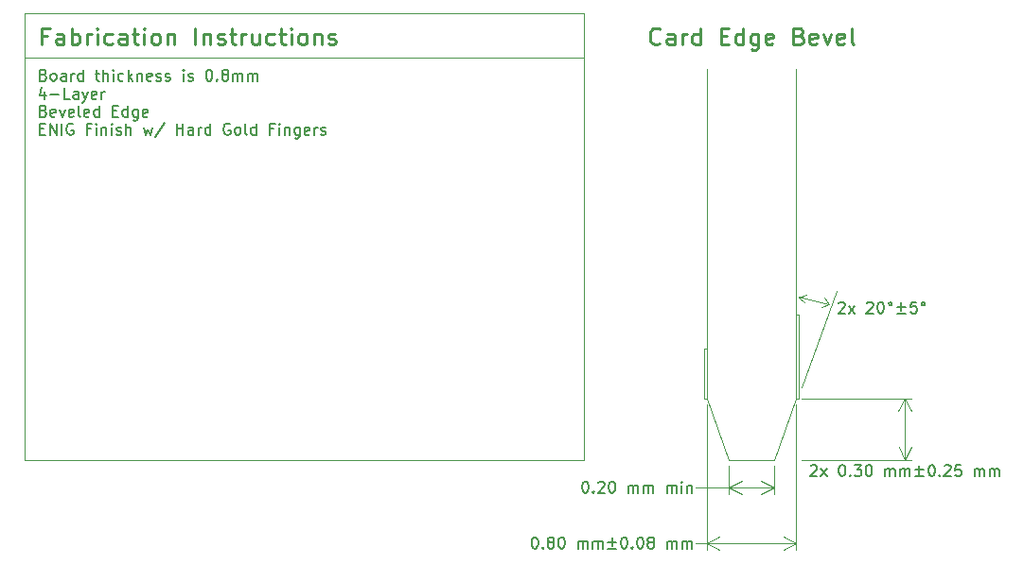
<source format=gbr>
%TF.GenerationSoftware,KiCad,Pcbnew,8.0.7-8.0.7-0~ubuntu24.04.1*%
%TF.CreationDate,2024-12-23T11:48:45-05:00*%
%TF.ProjectId,gnssBoard,676e7373-426f-4617-9264-2e6b69636164,rev?*%
%TF.SameCoordinates,Original*%
%TF.FileFunction,Other,Comment*%
%FSLAX46Y46*%
G04 Gerber Fmt 4.6, Leading zero omitted, Abs format (unit mm)*
G04 Created by KiCad (PCBNEW 8.0.7-8.0.7-0~ubuntu24.04.1) date 2024-12-23 11:48:45*
%MOMM*%
%LPD*%
G01*
G04 APERTURE LIST*
%ADD10C,0.100000*%
%ADD11C,0.150000*%
%ADD12C,0.250000*%
%ADD13C,0.253000*%
G04 APERTURE END LIST*
D10*
X228994303Y-114520697D02*
X228994303Y-85000000D01*
X221005697Y-114520697D02*
X223000000Y-120000000D01*
X227000000Y-120000000D02*
X228994303Y-114520697D01*
X231900000Y-106100000D02*
X231500000Y-105500000D01*
X229259945Y-105435913D02*
X229900000Y-105200000D01*
X229500000Y-113500000D02*
X232643982Y-104861981D01*
X221005697Y-127500000D02*
X220000000Y-127500000D01*
X228994303Y-107000000D02*
X229244303Y-107000000D01*
X229244303Y-114520697D01*
X228994303Y-114520697D01*
X228994303Y-107000000D01*
X229259945Y-105435913D02*
X229700000Y-105900000D01*
X160000000Y-80000000D02*
X210000000Y-80000000D01*
X210000000Y-120000000D01*
X160000000Y-120000000D01*
X160000000Y-80000000D01*
X220755697Y-110000000D02*
X221005697Y-110000000D01*
X221005697Y-114520697D01*
X220755697Y-114520697D01*
X220755697Y-110000000D01*
X223000000Y-120000000D02*
X227000000Y-120000000D01*
X160000000Y-84000000D02*
X210000000Y-84000000D01*
X220000000Y-122500000D02*
X223000000Y-122499999D01*
X229259945Y-105435913D02*
G75*
G02*
X231900000Y-106100001I-2259945J-14564087D01*
G01*
X221005697Y-85000000D02*
X221005697Y-114520697D01*
X231900000Y-106100000D02*
X231300000Y-106300000D01*
D11*
X161670112Y-85516009D02*
X161812969Y-85563628D01*
X161812969Y-85563628D02*
X161860588Y-85611247D01*
X161860588Y-85611247D02*
X161908207Y-85706485D01*
X161908207Y-85706485D02*
X161908207Y-85849342D01*
X161908207Y-85849342D02*
X161860588Y-85944580D01*
X161860588Y-85944580D02*
X161812969Y-85992200D01*
X161812969Y-85992200D02*
X161717731Y-86039819D01*
X161717731Y-86039819D02*
X161336779Y-86039819D01*
X161336779Y-86039819D02*
X161336779Y-85039819D01*
X161336779Y-85039819D02*
X161670112Y-85039819D01*
X161670112Y-85039819D02*
X161765350Y-85087438D01*
X161765350Y-85087438D02*
X161812969Y-85135057D01*
X161812969Y-85135057D02*
X161860588Y-85230295D01*
X161860588Y-85230295D02*
X161860588Y-85325533D01*
X161860588Y-85325533D02*
X161812969Y-85420771D01*
X161812969Y-85420771D02*
X161765350Y-85468390D01*
X161765350Y-85468390D02*
X161670112Y-85516009D01*
X161670112Y-85516009D02*
X161336779Y-85516009D01*
X162479636Y-86039819D02*
X162384398Y-85992200D01*
X162384398Y-85992200D02*
X162336779Y-85944580D01*
X162336779Y-85944580D02*
X162289160Y-85849342D01*
X162289160Y-85849342D02*
X162289160Y-85563628D01*
X162289160Y-85563628D02*
X162336779Y-85468390D01*
X162336779Y-85468390D02*
X162384398Y-85420771D01*
X162384398Y-85420771D02*
X162479636Y-85373152D01*
X162479636Y-85373152D02*
X162622493Y-85373152D01*
X162622493Y-85373152D02*
X162717731Y-85420771D01*
X162717731Y-85420771D02*
X162765350Y-85468390D01*
X162765350Y-85468390D02*
X162812969Y-85563628D01*
X162812969Y-85563628D02*
X162812969Y-85849342D01*
X162812969Y-85849342D02*
X162765350Y-85944580D01*
X162765350Y-85944580D02*
X162717731Y-85992200D01*
X162717731Y-85992200D02*
X162622493Y-86039819D01*
X162622493Y-86039819D02*
X162479636Y-86039819D01*
X163670112Y-86039819D02*
X163670112Y-85516009D01*
X163670112Y-85516009D02*
X163622493Y-85420771D01*
X163622493Y-85420771D02*
X163527255Y-85373152D01*
X163527255Y-85373152D02*
X163336779Y-85373152D01*
X163336779Y-85373152D02*
X163241541Y-85420771D01*
X163670112Y-85992200D02*
X163574874Y-86039819D01*
X163574874Y-86039819D02*
X163336779Y-86039819D01*
X163336779Y-86039819D02*
X163241541Y-85992200D01*
X163241541Y-85992200D02*
X163193922Y-85896961D01*
X163193922Y-85896961D02*
X163193922Y-85801723D01*
X163193922Y-85801723D02*
X163241541Y-85706485D01*
X163241541Y-85706485D02*
X163336779Y-85658866D01*
X163336779Y-85658866D02*
X163574874Y-85658866D01*
X163574874Y-85658866D02*
X163670112Y-85611247D01*
X164146303Y-86039819D02*
X164146303Y-85373152D01*
X164146303Y-85563628D02*
X164193922Y-85468390D01*
X164193922Y-85468390D02*
X164241541Y-85420771D01*
X164241541Y-85420771D02*
X164336779Y-85373152D01*
X164336779Y-85373152D02*
X164432017Y-85373152D01*
X165193922Y-86039819D02*
X165193922Y-85039819D01*
X165193922Y-85992200D02*
X165098684Y-86039819D01*
X165098684Y-86039819D02*
X164908208Y-86039819D01*
X164908208Y-86039819D02*
X164812970Y-85992200D01*
X164812970Y-85992200D02*
X164765351Y-85944580D01*
X164765351Y-85944580D02*
X164717732Y-85849342D01*
X164717732Y-85849342D02*
X164717732Y-85563628D01*
X164717732Y-85563628D02*
X164765351Y-85468390D01*
X164765351Y-85468390D02*
X164812970Y-85420771D01*
X164812970Y-85420771D02*
X164908208Y-85373152D01*
X164908208Y-85373152D02*
X165098684Y-85373152D01*
X165098684Y-85373152D02*
X165193922Y-85420771D01*
X166289161Y-85373152D02*
X166670113Y-85373152D01*
X166432018Y-85039819D02*
X166432018Y-85896961D01*
X166432018Y-85896961D02*
X166479637Y-85992200D01*
X166479637Y-85992200D02*
X166574875Y-86039819D01*
X166574875Y-86039819D02*
X166670113Y-86039819D01*
X167003447Y-86039819D02*
X167003447Y-85039819D01*
X167432018Y-86039819D02*
X167432018Y-85516009D01*
X167432018Y-85516009D02*
X167384399Y-85420771D01*
X167384399Y-85420771D02*
X167289161Y-85373152D01*
X167289161Y-85373152D02*
X167146304Y-85373152D01*
X167146304Y-85373152D02*
X167051066Y-85420771D01*
X167051066Y-85420771D02*
X167003447Y-85468390D01*
X167908209Y-86039819D02*
X167908209Y-85373152D01*
X167908209Y-85039819D02*
X167860590Y-85087438D01*
X167860590Y-85087438D02*
X167908209Y-85135057D01*
X167908209Y-85135057D02*
X167955828Y-85087438D01*
X167955828Y-85087438D02*
X167908209Y-85039819D01*
X167908209Y-85039819D02*
X167908209Y-85135057D01*
X168812970Y-85992200D02*
X168717732Y-86039819D01*
X168717732Y-86039819D02*
X168527256Y-86039819D01*
X168527256Y-86039819D02*
X168432018Y-85992200D01*
X168432018Y-85992200D02*
X168384399Y-85944580D01*
X168384399Y-85944580D02*
X168336780Y-85849342D01*
X168336780Y-85849342D02*
X168336780Y-85563628D01*
X168336780Y-85563628D02*
X168384399Y-85468390D01*
X168384399Y-85468390D02*
X168432018Y-85420771D01*
X168432018Y-85420771D02*
X168527256Y-85373152D01*
X168527256Y-85373152D02*
X168717732Y-85373152D01*
X168717732Y-85373152D02*
X168812970Y-85420771D01*
X169241542Y-86039819D02*
X169241542Y-85039819D01*
X169336780Y-85658866D02*
X169622494Y-86039819D01*
X169622494Y-85373152D02*
X169241542Y-85754104D01*
X170051066Y-85373152D02*
X170051066Y-86039819D01*
X170051066Y-85468390D02*
X170098685Y-85420771D01*
X170098685Y-85420771D02*
X170193923Y-85373152D01*
X170193923Y-85373152D02*
X170336780Y-85373152D01*
X170336780Y-85373152D02*
X170432018Y-85420771D01*
X170432018Y-85420771D02*
X170479637Y-85516009D01*
X170479637Y-85516009D02*
X170479637Y-86039819D01*
X171336780Y-85992200D02*
X171241542Y-86039819D01*
X171241542Y-86039819D02*
X171051066Y-86039819D01*
X171051066Y-86039819D02*
X170955828Y-85992200D01*
X170955828Y-85992200D02*
X170908209Y-85896961D01*
X170908209Y-85896961D02*
X170908209Y-85516009D01*
X170908209Y-85516009D02*
X170955828Y-85420771D01*
X170955828Y-85420771D02*
X171051066Y-85373152D01*
X171051066Y-85373152D02*
X171241542Y-85373152D01*
X171241542Y-85373152D02*
X171336780Y-85420771D01*
X171336780Y-85420771D02*
X171384399Y-85516009D01*
X171384399Y-85516009D02*
X171384399Y-85611247D01*
X171384399Y-85611247D02*
X170908209Y-85706485D01*
X171765352Y-85992200D02*
X171860590Y-86039819D01*
X171860590Y-86039819D02*
X172051066Y-86039819D01*
X172051066Y-86039819D02*
X172146304Y-85992200D01*
X172146304Y-85992200D02*
X172193923Y-85896961D01*
X172193923Y-85896961D02*
X172193923Y-85849342D01*
X172193923Y-85849342D02*
X172146304Y-85754104D01*
X172146304Y-85754104D02*
X172051066Y-85706485D01*
X172051066Y-85706485D02*
X171908209Y-85706485D01*
X171908209Y-85706485D02*
X171812971Y-85658866D01*
X171812971Y-85658866D02*
X171765352Y-85563628D01*
X171765352Y-85563628D02*
X171765352Y-85516009D01*
X171765352Y-85516009D02*
X171812971Y-85420771D01*
X171812971Y-85420771D02*
X171908209Y-85373152D01*
X171908209Y-85373152D02*
X172051066Y-85373152D01*
X172051066Y-85373152D02*
X172146304Y-85420771D01*
X172574876Y-85992200D02*
X172670114Y-86039819D01*
X172670114Y-86039819D02*
X172860590Y-86039819D01*
X172860590Y-86039819D02*
X172955828Y-85992200D01*
X172955828Y-85992200D02*
X173003447Y-85896961D01*
X173003447Y-85896961D02*
X173003447Y-85849342D01*
X173003447Y-85849342D02*
X172955828Y-85754104D01*
X172955828Y-85754104D02*
X172860590Y-85706485D01*
X172860590Y-85706485D02*
X172717733Y-85706485D01*
X172717733Y-85706485D02*
X172622495Y-85658866D01*
X172622495Y-85658866D02*
X172574876Y-85563628D01*
X172574876Y-85563628D02*
X172574876Y-85516009D01*
X172574876Y-85516009D02*
X172622495Y-85420771D01*
X172622495Y-85420771D02*
X172717733Y-85373152D01*
X172717733Y-85373152D02*
X172860590Y-85373152D01*
X172860590Y-85373152D02*
X172955828Y-85420771D01*
X174193924Y-86039819D02*
X174193924Y-85373152D01*
X174193924Y-85039819D02*
X174146305Y-85087438D01*
X174146305Y-85087438D02*
X174193924Y-85135057D01*
X174193924Y-85135057D02*
X174241543Y-85087438D01*
X174241543Y-85087438D02*
X174193924Y-85039819D01*
X174193924Y-85039819D02*
X174193924Y-85135057D01*
X174622495Y-85992200D02*
X174717733Y-86039819D01*
X174717733Y-86039819D02*
X174908209Y-86039819D01*
X174908209Y-86039819D02*
X175003447Y-85992200D01*
X175003447Y-85992200D02*
X175051066Y-85896961D01*
X175051066Y-85896961D02*
X175051066Y-85849342D01*
X175051066Y-85849342D02*
X175003447Y-85754104D01*
X175003447Y-85754104D02*
X174908209Y-85706485D01*
X174908209Y-85706485D02*
X174765352Y-85706485D01*
X174765352Y-85706485D02*
X174670114Y-85658866D01*
X174670114Y-85658866D02*
X174622495Y-85563628D01*
X174622495Y-85563628D02*
X174622495Y-85516009D01*
X174622495Y-85516009D02*
X174670114Y-85420771D01*
X174670114Y-85420771D02*
X174765352Y-85373152D01*
X174765352Y-85373152D02*
X174908209Y-85373152D01*
X174908209Y-85373152D02*
X175003447Y-85420771D01*
X176432019Y-85039819D02*
X176527257Y-85039819D01*
X176527257Y-85039819D02*
X176622495Y-85087438D01*
X176622495Y-85087438D02*
X176670114Y-85135057D01*
X176670114Y-85135057D02*
X176717733Y-85230295D01*
X176717733Y-85230295D02*
X176765352Y-85420771D01*
X176765352Y-85420771D02*
X176765352Y-85658866D01*
X176765352Y-85658866D02*
X176717733Y-85849342D01*
X176717733Y-85849342D02*
X176670114Y-85944580D01*
X176670114Y-85944580D02*
X176622495Y-85992200D01*
X176622495Y-85992200D02*
X176527257Y-86039819D01*
X176527257Y-86039819D02*
X176432019Y-86039819D01*
X176432019Y-86039819D02*
X176336781Y-85992200D01*
X176336781Y-85992200D02*
X176289162Y-85944580D01*
X176289162Y-85944580D02*
X176241543Y-85849342D01*
X176241543Y-85849342D02*
X176193924Y-85658866D01*
X176193924Y-85658866D02*
X176193924Y-85420771D01*
X176193924Y-85420771D02*
X176241543Y-85230295D01*
X176241543Y-85230295D02*
X176289162Y-85135057D01*
X176289162Y-85135057D02*
X176336781Y-85087438D01*
X176336781Y-85087438D02*
X176432019Y-85039819D01*
X177193924Y-85944580D02*
X177241543Y-85992200D01*
X177241543Y-85992200D02*
X177193924Y-86039819D01*
X177193924Y-86039819D02*
X177146305Y-85992200D01*
X177146305Y-85992200D02*
X177193924Y-85944580D01*
X177193924Y-85944580D02*
X177193924Y-86039819D01*
X177812971Y-85468390D02*
X177717733Y-85420771D01*
X177717733Y-85420771D02*
X177670114Y-85373152D01*
X177670114Y-85373152D02*
X177622495Y-85277914D01*
X177622495Y-85277914D02*
X177622495Y-85230295D01*
X177622495Y-85230295D02*
X177670114Y-85135057D01*
X177670114Y-85135057D02*
X177717733Y-85087438D01*
X177717733Y-85087438D02*
X177812971Y-85039819D01*
X177812971Y-85039819D02*
X178003447Y-85039819D01*
X178003447Y-85039819D02*
X178098685Y-85087438D01*
X178098685Y-85087438D02*
X178146304Y-85135057D01*
X178146304Y-85135057D02*
X178193923Y-85230295D01*
X178193923Y-85230295D02*
X178193923Y-85277914D01*
X178193923Y-85277914D02*
X178146304Y-85373152D01*
X178146304Y-85373152D02*
X178098685Y-85420771D01*
X178098685Y-85420771D02*
X178003447Y-85468390D01*
X178003447Y-85468390D02*
X177812971Y-85468390D01*
X177812971Y-85468390D02*
X177717733Y-85516009D01*
X177717733Y-85516009D02*
X177670114Y-85563628D01*
X177670114Y-85563628D02*
X177622495Y-85658866D01*
X177622495Y-85658866D02*
X177622495Y-85849342D01*
X177622495Y-85849342D02*
X177670114Y-85944580D01*
X177670114Y-85944580D02*
X177717733Y-85992200D01*
X177717733Y-85992200D02*
X177812971Y-86039819D01*
X177812971Y-86039819D02*
X178003447Y-86039819D01*
X178003447Y-86039819D02*
X178098685Y-85992200D01*
X178098685Y-85992200D02*
X178146304Y-85944580D01*
X178146304Y-85944580D02*
X178193923Y-85849342D01*
X178193923Y-85849342D02*
X178193923Y-85658866D01*
X178193923Y-85658866D02*
X178146304Y-85563628D01*
X178146304Y-85563628D02*
X178098685Y-85516009D01*
X178098685Y-85516009D02*
X178003447Y-85468390D01*
X178622495Y-86039819D02*
X178622495Y-85373152D01*
X178622495Y-85468390D02*
X178670114Y-85420771D01*
X178670114Y-85420771D02*
X178765352Y-85373152D01*
X178765352Y-85373152D02*
X178908209Y-85373152D01*
X178908209Y-85373152D02*
X179003447Y-85420771D01*
X179003447Y-85420771D02*
X179051066Y-85516009D01*
X179051066Y-85516009D02*
X179051066Y-86039819D01*
X179051066Y-85516009D02*
X179098685Y-85420771D01*
X179098685Y-85420771D02*
X179193923Y-85373152D01*
X179193923Y-85373152D02*
X179336780Y-85373152D01*
X179336780Y-85373152D02*
X179432019Y-85420771D01*
X179432019Y-85420771D02*
X179479638Y-85516009D01*
X179479638Y-85516009D02*
X179479638Y-86039819D01*
X179955828Y-86039819D02*
X179955828Y-85373152D01*
X179955828Y-85468390D02*
X180003447Y-85420771D01*
X180003447Y-85420771D02*
X180098685Y-85373152D01*
X180098685Y-85373152D02*
X180241542Y-85373152D01*
X180241542Y-85373152D02*
X180336780Y-85420771D01*
X180336780Y-85420771D02*
X180384399Y-85516009D01*
X180384399Y-85516009D02*
X180384399Y-86039819D01*
X180384399Y-85516009D02*
X180432018Y-85420771D01*
X180432018Y-85420771D02*
X180527256Y-85373152D01*
X180527256Y-85373152D02*
X180670113Y-85373152D01*
X180670113Y-85373152D02*
X180765352Y-85420771D01*
X180765352Y-85420771D02*
X180812971Y-85516009D01*
X180812971Y-85516009D02*
X180812971Y-86039819D01*
X161765350Y-86983096D02*
X161765350Y-87649763D01*
X161527255Y-86602144D02*
X161289160Y-87316429D01*
X161289160Y-87316429D02*
X161908207Y-87316429D01*
X162289160Y-87268810D02*
X163051065Y-87268810D01*
X164003445Y-87649763D02*
X163527255Y-87649763D01*
X163527255Y-87649763D02*
X163527255Y-86649763D01*
X164765350Y-87649763D02*
X164765350Y-87125953D01*
X164765350Y-87125953D02*
X164717731Y-87030715D01*
X164717731Y-87030715D02*
X164622493Y-86983096D01*
X164622493Y-86983096D02*
X164432017Y-86983096D01*
X164432017Y-86983096D02*
X164336779Y-87030715D01*
X164765350Y-87602144D02*
X164670112Y-87649763D01*
X164670112Y-87649763D02*
X164432017Y-87649763D01*
X164432017Y-87649763D02*
X164336779Y-87602144D01*
X164336779Y-87602144D02*
X164289160Y-87506905D01*
X164289160Y-87506905D02*
X164289160Y-87411667D01*
X164289160Y-87411667D02*
X164336779Y-87316429D01*
X164336779Y-87316429D02*
X164432017Y-87268810D01*
X164432017Y-87268810D02*
X164670112Y-87268810D01*
X164670112Y-87268810D02*
X164765350Y-87221191D01*
X165146303Y-86983096D02*
X165384398Y-87649763D01*
X165622493Y-86983096D02*
X165384398Y-87649763D01*
X165384398Y-87649763D02*
X165289160Y-87887858D01*
X165289160Y-87887858D02*
X165241541Y-87935477D01*
X165241541Y-87935477D02*
X165146303Y-87983096D01*
X166384398Y-87602144D02*
X166289160Y-87649763D01*
X166289160Y-87649763D02*
X166098684Y-87649763D01*
X166098684Y-87649763D02*
X166003446Y-87602144D01*
X166003446Y-87602144D02*
X165955827Y-87506905D01*
X165955827Y-87506905D02*
X165955827Y-87125953D01*
X165955827Y-87125953D02*
X166003446Y-87030715D01*
X166003446Y-87030715D02*
X166098684Y-86983096D01*
X166098684Y-86983096D02*
X166289160Y-86983096D01*
X166289160Y-86983096D02*
X166384398Y-87030715D01*
X166384398Y-87030715D02*
X166432017Y-87125953D01*
X166432017Y-87125953D02*
X166432017Y-87221191D01*
X166432017Y-87221191D02*
X165955827Y-87316429D01*
X166860589Y-87649763D02*
X166860589Y-86983096D01*
X166860589Y-87173572D02*
X166908208Y-87078334D01*
X166908208Y-87078334D02*
X166955827Y-87030715D01*
X166955827Y-87030715D02*
X167051065Y-86983096D01*
X167051065Y-86983096D02*
X167146303Y-86983096D01*
X161670112Y-88735897D02*
X161812969Y-88783516D01*
X161812969Y-88783516D02*
X161860588Y-88831135D01*
X161860588Y-88831135D02*
X161908207Y-88926373D01*
X161908207Y-88926373D02*
X161908207Y-89069230D01*
X161908207Y-89069230D02*
X161860588Y-89164468D01*
X161860588Y-89164468D02*
X161812969Y-89212088D01*
X161812969Y-89212088D02*
X161717731Y-89259707D01*
X161717731Y-89259707D02*
X161336779Y-89259707D01*
X161336779Y-89259707D02*
X161336779Y-88259707D01*
X161336779Y-88259707D02*
X161670112Y-88259707D01*
X161670112Y-88259707D02*
X161765350Y-88307326D01*
X161765350Y-88307326D02*
X161812969Y-88354945D01*
X161812969Y-88354945D02*
X161860588Y-88450183D01*
X161860588Y-88450183D02*
X161860588Y-88545421D01*
X161860588Y-88545421D02*
X161812969Y-88640659D01*
X161812969Y-88640659D02*
X161765350Y-88688278D01*
X161765350Y-88688278D02*
X161670112Y-88735897D01*
X161670112Y-88735897D02*
X161336779Y-88735897D01*
X162717731Y-89212088D02*
X162622493Y-89259707D01*
X162622493Y-89259707D02*
X162432017Y-89259707D01*
X162432017Y-89259707D02*
X162336779Y-89212088D01*
X162336779Y-89212088D02*
X162289160Y-89116849D01*
X162289160Y-89116849D02*
X162289160Y-88735897D01*
X162289160Y-88735897D02*
X162336779Y-88640659D01*
X162336779Y-88640659D02*
X162432017Y-88593040D01*
X162432017Y-88593040D02*
X162622493Y-88593040D01*
X162622493Y-88593040D02*
X162717731Y-88640659D01*
X162717731Y-88640659D02*
X162765350Y-88735897D01*
X162765350Y-88735897D02*
X162765350Y-88831135D01*
X162765350Y-88831135D02*
X162289160Y-88926373D01*
X163098684Y-88593040D02*
X163336779Y-89259707D01*
X163336779Y-89259707D02*
X163574874Y-88593040D01*
X164336779Y-89212088D02*
X164241541Y-89259707D01*
X164241541Y-89259707D02*
X164051065Y-89259707D01*
X164051065Y-89259707D02*
X163955827Y-89212088D01*
X163955827Y-89212088D02*
X163908208Y-89116849D01*
X163908208Y-89116849D02*
X163908208Y-88735897D01*
X163908208Y-88735897D02*
X163955827Y-88640659D01*
X163955827Y-88640659D02*
X164051065Y-88593040D01*
X164051065Y-88593040D02*
X164241541Y-88593040D01*
X164241541Y-88593040D02*
X164336779Y-88640659D01*
X164336779Y-88640659D02*
X164384398Y-88735897D01*
X164384398Y-88735897D02*
X164384398Y-88831135D01*
X164384398Y-88831135D02*
X163908208Y-88926373D01*
X164955827Y-89259707D02*
X164860589Y-89212088D01*
X164860589Y-89212088D02*
X164812970Y-89116849D01*
X164812970Y-89116849D02*
X164812970Y-88259707D01*
X165717732Y-89212088D02*
X165622494Y-89259707D01*
X165622494Y-89259707D02*
X165432018Y-89259707D01*
X165432018Y-89259707D02*
X165336780Y-89212088D01*
X165336780Y-89212088D02*
X165289161Y-89116849D01*
X165289161Y-89116849D02*
X165289161Y-88735897D01*
X165289161Y-88735897D02*
X165336780Y-88640659D01*
X165336780Y-88640659D02*
X165432018Y-88593040D01*
X165432018Y-88593040D02*
X165622494Y-88593040D01*
X165622494Y-88593040D02*
X165717732Y-88640659D01*
X165717732Y-88640659D02*
X165765351Y-88735897D01*
X165765351Y-88735897D02*
X165765351Y-88831135D01*
X165765351Y-88831135D02*
X165289161Y-88926373D01*
X166622494Y-89259707D02*
X166622494Y-88259707D01*
X166622494Y-89212088D02*
X166527256Y-89259707D01*
X166527256Y-89259707D02*
X166336780Y-89259707D01*
X166336780Y-89259707D02*
X166241542Y-89212088D01*
X166241542Y-89212088D02*
X166193923Y-89164468D01*
X166193923Y-89164468D02*
X166146304Y-89069230D01*
X166146304Y-89069230D02*
X166146304Y-88783516D01*
X166146304Y-88783516D02*
X166193923Y-88688278D01*
X166193923Y-88688278D02*
X166241542Y-88640659D01*
X166241542Y-88640659D02*
X166336780Y-88593040D01*
X166336780Y-88593040D02*
X166527256Y-88593040D01*
X166527256Y-88593040D02*
X166622494Y-88640659D01*
X167860590Y-88735897D02*
X168193923Y-88735897D01*
X168336780Y-89259707D02*
X167860590Y-89259707D01*
X167860590Y-89259707D02*
X167860590Y-88259707D01*
X167860590Y-88259707D02*
X168336780Y-88259707D01*
X169193923Y-89259707D02*
X169193923Y-88259707D01*
X169193923Y-89212088D02*
X169098685Y-89259707D01*
X169098685Y-89259707D02*
X168908209Y-89259707D01*
X168908209Y-89259707D02*
X168812971Y-89212088D01*
X168812971Y-89212088D02*
X168765352Y-89164468D01*
X168765352Y-89164468D02*
X168717733Y-89069230D01*
X168717733Y-89069230D02*
X168717733Y-88783516D01*
X168717733Y-88783516D02*
X168765352Y-88688278D01*
X168765352Y-88688278D02*
X168812971Y-88640659D01*
X168812971Y-88640659D02*
X168908209Y-88593040D01*
X168908209Y-88593040D02*
X169098685Y-88593040D01*
X169098685Y-88593040D02*
X169193923Y-88640659D01*
X170098685Y-88593040D02*
X170098685Y-89402564D01*
X170098685Y-89402564D02*
X170051066Y-89497802D01*
X170051066Y-89497802D02*
X170003447Y-89545421D01*
X170003447Y-89545421D02*
X169908209Y-89593040D01*
X169908209Y-89593040D02*
X169765352Y-89593040D01*
X169765352Y-89593040D02*
X169670114Y-89545421D01*
X170098685Y-89212088D02*
X170003447Y-89259707D01*
X170003447Y-89259707D02*
X169812971Y-89259707D01*
X169812971Y-89259707D02*
X169717733Y-89212088D01*
X169717733Y-89212088D02*
X169670114Y-89164468D01*
X169670114Y-89164468D02*
X169622495Y-89069230D01*
X169622495Y-89069230D02*
X169622495Y-88783516D01*
X169622495Y-88783516D02*
X169670114Y-88688278D01*
X169670114Y-88688278D02*
X169717733Y-88640659D01*
X169717733Y-88640659D02*
X169812971Y-88593040D01*
X169812971Y-88593040D02*
X170003447Y-88593040D01*
X170003447Y-88593040D02*
X170098685Y-88640659D01*
X170955828Y-89212088D02*
X170860590Y-89259707D01*
X170860590Y-89259707D02*
X170670114Y-89259707D01*
X170670114Y-89259707D02*
X170574876Y-89212088D01*
X170574876Y-89212088D02*
X170527257Y-89116849D01*
X170527257Y-89116849D02*
X170527257Y-88735897D01*
X170527257Y-88735897D02*
X170574876Y-88640659D01*
X170574876Y-88640659D02*
X170670114Y-88593040D01*
X170670114Y-88593040D02*
X170860590Y-88593040D01*
X170860590Y-88593040D02*
X170955828Y-88640659D01*
X170955828Y-88640659D02*
X171003447Y-88735897D01*
X171003447Y-88735897D02*
X171003447Y-88831135D01*
X171003447Y-88831135D02*
X170527257Y-88926373D01*
X161336779Y-90345841D02*
X161670112Y-90345841D01*
X161812969Y-90869651D02*
X161336779Y-90869651D01*
X161336779Y-90869651D02*
X161336779Y-89869651D01*
X161336779Y-89869651D02*
X161812969Y-89869651D01*
X162241541Y-90869651D02*
X162241541Y-89869651D01*
X162241541Y-89869651D02*
X162812969Y-90869651D01*
X162812969Y-90869651D02*
X162812969Y-89869651D01*
X163289160Y-90869651D02*
X163289160Y-89869651D01*
X164289159Y-89917270D02*
X164193921Y-89869651D01*
X164193921Y-89869651D02*
X164051064Y-89869651D01*
X164051064Y-89869651D02*
X163908207Y-89917270D01*
X163908207Y-89917270D02*
X163812969Y-90012508D01*
X163812969Y-90012508D02*
X163765350Y-90107746D01*
X163765350Y-90107746D02*
X163717731Y-90298222D01*
X163717731Y-90298222D02*
X163717731Y-90441079D01*
X163717731Y-90441079D02*
X163765350Y-90631555D01*
X163765350Y-90631555D02*
X163812969Y-90726793D01*
X163812969Y-90726793D02*
X163908207Y-90822032D01*
X163908207Y-90822032D02*
X164051064Y-90869651D01*
X164051064Y-90869651D02*
X164146302Y-90869651D01*
X164146302Y-90869651D02*
X164289159Y-90822032D01*
X164289159Y-90822032D02*
X164336778Y-90774412D01*
X164336778Y-90774412D02*
X164336778Y-90441079D01*
X164336778Y-90441079D02*
X164146302Y-90441079D01*
X165860588Y-90345841D02*
X165527255Y-90345841D01*
X165527255Y-90869651D02*
X165527255Y-89869651D01*
X165527255Y-89869651D02*
X166003445Y-89869651D01*
X166384398Y-90869651D02*
X166384398Y-90202984D01*
X166384398Y-89869651D02*
X166336779Y-89917270D01*
X166336779Y-89917270D02*
X166384398Y-89964889D01*
X166384398Y-89964889D02*
X166432017Y-89917270D01*
X166432017Y-89917270D02*
X166384398Y-89869651D01*
X166384398Y-89869651D02*
X166384398Y-89964889D01*
X166860588Y-90202984D02*
X166860588Y-90869651D01*
X166860588Y-90298222D02*
X166908207Y-90250603D01*
X166908207Y-90250603D02*
X167003445Y-90202984D01*
X167003445Y-90202984D02*
X167146302Y-90202984D01*
X167146302Y-90202984D02*
X167241540Y-90250603D01*
X167241540Y-90250603D02*
X167289159Y-90345841D01*
X167289159Y-90345841D02*
X167289159Y-90869651D01*
X167765350Y-90869651D02*
X167765350Y-90202984D01*
X167765350Y-89869651D02*
X167717731Y-89917270D01*
X167717731Y-89917270D02*
X167765350Y-89964889D01*
X167765350Y-89964889D02*
X167812969Y-89917270D01*
X167812969Y-89917270D02*
X167765350Y-89869651D01*
X167765350Y-89869651D02*
X167765350Y-89964889D01*
X168193921Y-90822032D02*
X168289159Y-90869651D01*
X168289159Y-90869651D02*
X168479635Y-90869651D01*
X168479635Y-90869651D02*
X168574873Y-90822032D01*
X168574873Y-90822032D02*
X168622492Y-90726793D01*
X168622492Y-90726793D02*
X168622492Y-90679174D01*
X168622492Y-90679174D02*
X168574873Y-90583936D01*
X168574873Y-90583936D02*
X168479635Y-90536317D01*
X168479635Y-90536317D02*
X168336778Y-90536317D01*
X168336778Y-90536317D02*
X168241540Y-90488698D01*
X168241540Y-90488698D02*
X168193921Y-90393460D01*
X168193921Y-90393460D02*
X168193921Y-90345841D01*
X168193921Y-90345841D02*
X168241540Y-90250603D01*
X168241540Y-90250603D02*
X168336778Y-90202984D01*
X168336778Y-90202984D02*
X168479635Y-90202984D01*
X168479635Y-90202984D02*
X168574873Y-90250603D01*
X169051064Y-90869651D02*
X169051064Y-89869651D01*
X169479635Y-90869651D02*
X169479635Y-90345841D01*
X169479635Y-90345841D02*
X169432016Y-90250603D01*
X169432016Y-90250603D02*
X169336778Y-90202984D01*
X169336778Y-90202984D02*
X169193921Y-90202984D01*
X169193921Y-90202984D02*
X169098683Y-90250603D01*
X169098683Y-90250603D02*
X169051064Y-90298222D01*
X170622493Y-90202984D02*
X170812969Y-90869651D01*
X170812969Y-90869651D02*
X171003445Y-90393460D01*
X171003445Y-90393460D02*
X171193921Y-90869651D01*
X171193921Y-90869651D02*
X171384397Y-90202984D01*
X172479635Y-89822032D02*
X171622493Y-91107746D01*
X173574874Y-90869651D02*
X173574874Y-89869651D01*
X173574874Y-90345841D02*
X174146302Y-90345841D01*
X174146302Y-90869651D02*
X174146302Y-89869651D01*
X175051064Y-90869651D02*
X175051064Y-90345841D01*
X175051064Y-90345841D02*
X175003445Y-90250603D01*
X175003445Y-90250603D02*
X174908207Y-90202984D01*
X174908207Y-90202984D02*
X174717731Y-90202984D01*
X174717731Y-90202984D02*
X174622493Y-90250603D01*
X175051064Y-90822032D02*
X174955826Y-90869651D01*
X174955826Y-90869651D02*
X174717731Y-90869651D01*
X174717731Y-90869651D02*
X174622493Y-90822032D01*
X174622493Y-90822032D02*
X174574874Y-90726793D01*
X174574874Y-90726793D02*
X174574874Y-90631555D01*
X174574874Y-90631555D02*
X174622493Y-90536317D01*
X174622493Y-90536317D02*
X174717731Y-90488698D01*
X174717731Y-90488698D02*
X174955826Y-90488698D01*
X174955826Y-90488698D02*
X175051064Y-90441079D01*
X175527255Y-90869651D02*
X175527255Y-90202984D01*
X175527255Y-90393460D02*
X175574874Y-90298222D01*
X175574874Y-90298222D02*
X175622493Y-90250603D01*
X175622493Y-90250603D02*
X175717731Y-90202984D01*
X175717731Y-90202984D02*
X175812969Y-90202984D01*
X176574874Y-90869651D02*
X176574874Y-89869651D01*
X176574874Y-90822032D02*
X176479636Y-90869651D01*
X176479636Y-90869651D02*
X176289160Y-90869651D01*
X176289160Y-90869651D02*
X176193922Y-90822032D01*
X176193922Y-90822032D02*
X176146303Y-90774412D01*
X176146303Y-90774412D02*
X176098684Y-90679174D01*
X176098684Y-90679174D02*
X176098684Y-90393460D01*
X176098684Y-90393460D02*
X176146303Y-90298222D01*
X176146303Y-90298222D02*
X176193922Y-90250603D01*
X176193922Y-90250603D02*
X176289160Y-90202984D01*
X176289160Y-90202984D02*
X176479636Y-90202984D01*
X176479636Y-90202984D02*
X176574874Y-90250603D01*
X178336779Y-89917270D02*
X178241541Y-89869651D01*
X178241541Y-89869651D02*
X178098684Y-89869651D01*
X178098684Y-89869651D02*
X177955827Y-89917270D01*
X177955827Y-89917270D02*
X177860589Y-90012508D01*
X177860589Y-90012508D02*
X177812970Y-90107746D01*
X177812970Y-90107746D02*
X177765351Y-90298222D01*
X177765351Y-90298222D02*
X177765351Y-90441079D01*
X177765351Y-90441079D02*
X177812970Y-90631555D01*
X177812970Y-90631555D02*
X177860589Y-90726793D01*
X177860589Y-90726793D02*
X177955827Y-90822032D01*
X177955827Y-90822032D02*
X178098684Y-90869651D01*
X178098684Y-90869651D02*
X178193922Y-90869651D01*
X178193922Y-90869651D02*
X178336779Y-90822032D01*
X178336779Y-90822032D02*
X178384398Y-90774412D01*
X178384398Y-90774412D02*
X178384398Y-90441079D01*
X178384398Y-90441079D02*
X178193922Y-90441079D01*
X178955827Y-90869651D02*
X178860589Y-90822032D01*
X178860589Y-90822032D02*
X178812970Y-90774412D01*
X178812970Y-90774412D02*
X178765351Y-90679174D01*
X178765351Y-90679174D02*
X178765351Y-90393460D01*
X178765351Y-90393460D02*
X178812970Y-90298222D01*
X178812970Y-90298222D02*
X178860589Y-90250603D01*
X178860589Y-90250603D02*
X178955827Y-90202984D01*
X178955827Y-90202984D02*
X179098684Y-90202984D01*
X179098684Y-90202984D02*
X179193922Y-90250603D01*
X179193922Y-90250603D02*
X179241541Y-90298222D01*
X179241541Y-90298222D02*
X179289160Y-90393460D01*
X179289160Y-90393460D02*
X179289160Y-90679174D01*
X179289160Y-90679174D02*
X179241541Y-90774412D01*
X179241541Y-90774412D02*
X179193922Y-90822032D01*
X179193922Y-90822032D02*
X179098684Y-90869651D01*
X179098684Y-90869651D02*
X178955827Y-90869651D01*
X179860589Y-90869651D02*
X179765351Y-90822032D01*
X179765351Y-90822032D02*
X179717732Y-90726793D01*
X179717732Y-90726793D02*
X179717732Y-89869651D01*
X180670113Y-90869651D02*
X180670113Y-89869651D01*
X180670113Y-90822032D02*
X180574875Y-90869651D01*
X180574875Y-90869651D02*
X180384399Y-90869651D01*
X180384399Y-90869651D02*
X180289161Y-90822032D01*
X180289161Y-90822032D02*
X180241542Y-90774412D01*
X180241542Y-90774412D02*
X180193923Y-90679174D01*
X180193923Y-90679174D02*
X180193923Y-90393460D01*
X180193923Y-90393460D02*
X180241542Y-90298222D01*
X180241542Y-90298222D02*
X180289161Y-90250603D01*
X180289161Y-90250603D02*
X180384399Y-90202984D01*
X180384399Y-90202984D02*
X180574875Y-90202984D01*
X180574875Y-90202984D02*
X180670113Y-90250603D01*
X182241542Y-90345841D02*
X181908209Y-90345841D01*
X181908209Y-90869651D02*
X181908209Y-89869651D01*
X181908209Y-89869651D02*
X182384399Y-89869651D01*
X182765352Y-90869651D02*
X182765352Y-90202984D01*
X182765352Y-89869651D02*
X182717733Y-89917270D01*
X182717733Y-89917270D02*
X182765352Y-89964889D01*
X182765352Y-89964889D02*
X182812971Y-89917270D01*
X182812971Y-89917270D02*
X182765352Y-89869651D01*
X182765352Y-89869651D02*
X182765352Y-89964889D01*
X183241542Y-90202984D02*
X183241542Y-90869651D01*
X183241542Y-90298222D02*
X183289161Y-90250603D01*
X183289161Y-90250603D02*
X183384399Y-90202984D01*
X183384399Y-90202984D02*
X183527256Y-90202984D01*
X183527256Y-90202984D02*
X183622494Y-90250603D01*
X183622494Y-90250603D02*
X183670113Y-90345841D01*
X183670113Y-90345841D02*
X183670113Y-90869651D01*
X184574875Y-90202984D02*
X184574875Y-91012508D01*
X184574875Y-91012508D02*
X184527256Y-91107746D01*
X184527256Y-91107746D02*
X184479637Y-91155365D01*
X184479637Y-91155365D02*
X184384399Y-91202984D01*
X184384399Y-91202984D02*
X184241542Y-91202984D01*
X184241542Y-91202984D02*
X184146304Y-91155365D01*
X184574875Y-90822032D02*
X184479637Y-90869651D01*
X184479637Y-90869651D02*
X184289161Y-90869651D01*
X184289161Y-90869651D02*
X184193923Y-90822032D01*
X184193923Y-90822032D02*
X184146304Y-90774412D01*
X184146304Y-90774412D02*
X184098685Y-90679174D01*
X184098685Y-90679174D02*
X184098685Y-90393460D01*
X184098685Y-90393460D02*
X184146304Y-90298222D01*
X184146304Y-90298222D02*
X184193923Y-90250603D01*
X184193923Y-90250603D02*
X184289161Y-90202984D01*
X184289161Y-90202984D02*
X184479637Y-90202984D01*
X184479637Y-90202984D02*
X184574875Y-90250603D01*
X185432018Y-90822032D02*
X185336780Y-90869651D01*
X185336780Y-90869651D02*
X185146304Y-90869651D01*
X185146304Y-90869651D02*
X185051066Y-90822032D01*
X185051066Y-90822032D02*
X185003447Y-90726793D01*
X185003447Y-90726793D02*
X185003447Y-90345841D01*
X185003447Y-90345841D02*
X185051066Y-90250603D01*
X185051066Y-90250603D02*
X185146304Y-90202984D01*
X185146304Y-90202984D02*
X185336780Y-90202984D01*
X185336780Y-90202984D02*
X185432018Y-90250603D01*
X185432018Y-90250603D02*
X185479637Y-90345841D01*
X185479637Y-90345841D02*
X185479637Y-90441079D01*
X185479637Y-90441079D02*
X185003447Y-90536317D01*
X185908209Y-90869651D02*
X185908209Y-90202984D01*
X185908209Y-90393460D02*
X185955828Y-90298222D01*
X185955828Y-90298222D02*
X186003447Y-90250603D01*
X186003447Y-90250603D02*
X186098685Y-90202984D01*
X186098685Y-90202984D02*
X186193923Y-90202984D01*
X186479638Y-90822032D02*
X186574876Y-90869651D01*
X186574876Y-90869651D02*
X186765352Y-90869651D01*
X186765352Y-90869651D02*
X186860590Y-90822032D01*
X186860590Y-90822032D02*
X186908209Y-90726793D01*
X186908209Y-90726793D02*
X186908209Y-90679174D01*
X186908209Y-90679174D02*
X186860590Y-90583936D01*
X186860590Y-90583936D02*
X186765352Y-90536317D01*
X186765352Y-90536317D02*
X186622495Y-90536317D01*
X186622495Y-90536317D02*
X186527257Y-90488698D01*
X186527257Y-90488698D02*
X186479638Y-90393460D01*
X186479638Y-90393460D02*
X186479638Y-90345841D01*
X186479638Y-90345841D02*
X186527257Y-90250603D01*
X186527257Y-90250603D02*
X186622495Y-90202984D01*
X186622495Y-90202984D02*
X186765352Y-90202984D01*
X186765352Y-90202984D02*
X186860590Y-90250603D01*
X232789160Y-105965057D02*
X232836779Y-105917438D01*
X232836779Y-105917438D02*
X232932017Y-105869819D01*
X232932017Y-105869819D02*
X233170112Y-105869819D01*
X233170112Y-105869819D02*
X233265350Y-105917438D01*
X233265350Y-105917438D02*
X233312969Y-105965057D01*
X233312969Y-105965057D02*
X233360588Y-106060295D01*
X233360588Y-106060295D02*
X233360588Y-106155533D01*
X233360588Y-106155533D02*
X233312969Y-106298390D01*
X233312969Y-106298390D02*
X232741541Y-106869819D01*
X232741541Y-106869819D02*
X233360588Y-106869819D01*
X233693922Y-106869819D02*
X234217731Y-106203152D01*
X233693922Y-106203152D02*
X234217731Y-106869819D01*
X235312970Y-105965057D02*
X235360589Y-105917438D01*
X235360589Y-105917438D02*
X235455827Y-105869819D01*
X235455827Y-105869819D02*
X235693922Y-105869819D01*
X235693922Y-105869819D02*
X235789160Y-105917438D01*
X235789160Y-105917438D02*
X235836779Y-105965057D01*
X235836779Y-105965057D02*
X235884398Y-106060295D01*
X235884398Y-106060295D02*
X235884398Y-106155533D01*
X235884398Y-106155533D02*
X235836779Y-106298390D01*
X235836779Y-106298390D02*
X235265351Y-106869819D01*
X235265351Y-106869819D02*
X235884398Y-106869819D01*
X236503446Y-105869819D02*
X236598684Y-105869819D01*
X236598684Y-105869819D02*
X236693922Y-105917438D01*
X236693922Y-105917438D02*
X236741541Y-105965057D01*
X236741541Y-105965057D02*
X236789160Y-106060295D01*
X236789160Y-106060295D02*
X236836779Y-106250771D01*
X236836779Y-106250771D02*
X236836779Y-106488866D01*
X236836779Y-106488866D02*
X236789160Y-106679342D01*
X236789160Y-106679342D02*
X236741541Y-106774580D01*
X236741541Y-106774580D02*
X236693922Y-106822200D01*
X236693922Y-106822200D02*
X236598684Y-106869819D01*
X236598684Y-106869819D02*
X236503446Y-106869819D01*
X236503446Y-106869819D02*
X236408208Y-106822200D01*
X236408208Y-106822200D02*
X236360589Y-106774580D01*
X236360589Y-106774580D02*
X236312970Y-106679342D01*
X236312970Y-106679342D02*
X236265351Y-106488866D01*
X236265351Y-106488866D02*
X236265351Y-106250771D01*
X236265351Y-106250771D02*
X236312970Y-106060295D01*
X236312970Y-106060295D02*
X236360589Y-105965057D01*
X236360589Y-105965057D02*
X236408208Y-105917438D01*
X236408208Y-105917438D02*
X236503446Y-105869819D01*
X237408208Y-105869819D02*
X237312970Y-105917438D01*
X237312970Y-105917438D02*
X237265351Y-106012676D01*
X237265351Y-106012676D02*
X237312970Y-106107914D01*
X237312970Y-106107914D02*
X237408208Y-106155533D01*
X237408208Y-106155533D02*
X237503446Y-106107914D01*
X237503446Y-106107914D02*
X237551065Y-106012676D01*
X237551065Y-106012676D02*
X237503446Y-105917438D01*
X237503446Y-105917438D02*
X237408208Y-105869819D01*
X238027256Y-106298390D02*
X238789161Y-106298390D01*
X238408208Y-106679342D02*
X238408208Y-105917438D01*
X238789161Y-106869819D02*
X238027256Y-106869819D01*
X239741541Y-105869819D02*
X239265351Y-105869819D01*
X239265351Y-105869819D02*
X239217732Y-106346009D01*
X239217732Y-106346009D02*
X239265351Y-106298390D01*
X239265351Y-106298390D02*
X239360589Y-106250771D01*
X239360589Y-106250771D02*
X239598684Y-106250771D01*
X239598684Y-106250771D02*
X239693922Y-106298390D01*
X239693922Y-106298390D02*
X239741541Y-106346009D01*
X239741541Y-106346009D02*
X239789160Y-106441247D01*
X239789160Y-106441247D02*
X239789160Y-106679342D01*
X239789160Y-106679342D02*
X239741541Y-106774580D01*
X239741541Y-106774580D02*
X239693922Y-106822200D01*
X239693922Y-106822200D02*
X239598684Y-106869819D01*
X239598684Y-106869819D02*
X239360589Y-106869819D01*
X239360589Y-106869819D02*
X239265351Y-106822200D01*
X239265351Y-106822200D02*
X239217732Y-106774580D01*
X240360589Y-105869819D02*
X240265351Y-105917438D01*
X240265351Y-105917438D02*
X240217732Y-106012676D01*
X240217732Y-106012676D02*
X240265351Y-106107914D01*
X240265351Y-106107914D02*
X240360589Y-106155533D01*
X240360589Y-106155533D02*
X240455827Y-106107914D01*
X240455827Y-106107914D02*
X240503446Y-106012676D01*
X240503446Y-106012676D02*
X240455827Y-105917438D01*
X240455827Y-105917438D02*
X240360589Y-105869819D01*
D12*
X216821429Y-82660571D02*
X216750001Y-82732000D01*
X216750001Y-82732000D02*
X216535715Y-82803428D01*
X216535715Y-82803428D02*
X216392858Y-82803428D01*
X216392858Y-82803428D02*
X216178572Y-82732000D01*
X216178572Y-82732000D02*
X216035715Y-82589142D01*
X216035715Y-82589142D02*
X215964286Y-82446285D01*
X215964286Y-82446285D02*
X215892858Y-82160571D01*
X215892858Y-82160571D02*
X215892858Y-81946285D01*
X215892858Y-81946285D02*
X215964286Y-81660571D01*
X215964286Y-81660571D02*
X216035715Y-81517714D01*
X216035715Y-81517714D02*
X216178572Y-81374857D01*
X216178572Y-81374857D02*
X216392858Y-81303428D01*
X216392858Y-81303428D02*
X216535715Y-81303428D01*
X216535715Y-81303428D02*
X216750001Y-81374857D01*
X216750001Y-81374857D02*
X216821429Y-81446285D01*
X218107144Y-82803428D02*
X218107144Y-82017714D01*
X218107144Y-82017714D02*
X218035715Y-81874857D01*
X218035715Y-81874857D02*
X217892858Y-81803428D01*
X217892858Y-81803428D02*
X217607144Y-81803428D01*
X217607144Y-81803428D02*
X217464286Y-81874857D01*
X218107144Y-82732000D02*
X217964286Y-82803428D01*
X217964286Y-82803428D02*
X217607144Y-82803428D01*
X217607144Y-82803428D02*
X217464286Y-82732000D01*
X217464286Y-82732000D02*
X217392858Y-82589142D01*
X217392858Y-82589142D02*
X217392858Y-82446285D01*
X217392858Y-82446285D02*
X217464286Y-82303428D01*
X217464286Y-82303428D02*
X217607144Y-82232000D01*
X217607144Y-82232000D02*
X217964286Y-82232000D01*
X217964286Y-82232000D02*
X218107144Y-82160571D01*
X218821429Y-82803428D02*
X218821429Y-81803428D01*
X218821429Y-82089142D02*
X218892858Y-81946285D01*
X218892858Y-81946285D02*
X218964287Y-81874857D01*
X218964287Y-81874857D02*
X219107144Y-81803428D01*
X219107144Y-81803428D02*
X219250001Y-81803428D01*
X220392858Y-82803428D02*
X220392858Y-81303428D01*
X220392858Y-82732000D02*
X220250000Y-82803428D01*
X220250000Y-82803428D02*
X219964286Y-82803428D01*
X219964286Y-82803428D02*
X219821429Y-82732000D01*
X219821429Y-82732000D02*
X219750000Y-82660571D01*
X219750000Y-82660571D02*
X219678572Y-82517714D01*
X219678572Y-82517714D02*
X219678572Y-82089142D01*
X219678572Y-82089142D02*
X219750000Y-81946285D01*
X219750000Y-81946285D02*
X219821429Y-81874857D01*
X219821429Y-81874857D02*
X219964286Y-81803428D01*
X219964286Y-81803428D02*
X220250000Y-81803428D01*
X220250000Y-81803428D02*
X220392858Y-81874857D01*
X222250000Y-82017714D02*
X222750000Y-82017714D01*
X222964286Y-82803428D02*
X222250000Y-82803428D01*
X222250000Y-82803428D02*
X222250000Y-81303428D01*
X222250000Y-81303428D02*
X222964286Y-81303428D01*
X224250001Y-82803428D02*
X224250001Y-81303428D01*
X224250001Y-82732000D02*
X224107143Y-82803428D01*
X224107143Y-82803428D02*
X223821429Y-82803428D01*
X223821429Y-82803428D02*
X223678572Y-82732000D01*
X223678572Y-82732000D02*
X223607143Y-82660571D01*
X223607143Y-82660571D02*
X223535715Y-82517714D01*
X223535715Y-82517714D02*
X223535715Y-82089142D01*
X223535715Y-82089142D02*
X223607143Y-81946285D01*
X223607143Y-81946285D02*
X223678572Y-81874857D01*
X223678572Y-81874857D02*
X223821429Y-81803428D01*
X223821429Y-81803428D02*
X224107143Y-81803428D01*
X224107143Y-81803428D02*
X224250001Y-81874857D01*
X225607144Y-81803428D02*
X225607144Y-83017714D01*
X225607144Y-83017714D02*
X225535715Y-83160571D01*
X225535715Y-83160571D02*
X225464286Y-83232000D01*
X225464286Y-83232000D02*
X225321429Y-83303428D01*
X225321429Y-83303428D02*
X225107144Y-83303428D01*
X225107144Y-83303428D02*
X224964286Y-83232000D01*
X225607144Y-82732000D02*
X225464286Y-82803428D01*
X225464286Y-82803428D02*
X225178572Y-82803428D01*
X225178572Y-82803428D02*
X225035715Y-82732000D01*
X225035715Y-82732000D02*
X224964286Y-82660571D01*
X224964286Y-82660571D02*
X224892858Y-82517714D01*
X224892858Y-82517714D02*
X224892858Y-82089142D01*
X224892858Y-82089142D02*
X224964286Y-81946285D01*
X224964286Y-81946285D02*
X225035715Y-81874857D01*
X225035715Y-81874857D02*
X225178572Y-81803428D01*
X225178572Y-81803428D02*
X225464286Y-81803428D01*
X225464286Y-81803428D02*
X225607144Y-81874857D01*
X226892858Y-82732000D02*
X226750001Y-82803428D01*
X226750001Y-82803428D02*
X226464287Y-82803428D01*
X226464287Y-82803428D02*
X226321429Y-82732000D01*
X226321429Y-82732000D02*
X226250001Y-82589142D01*
X226250001Y-82589142D02*
X226250001Y-82017714D01*
X226250001Y-82017714D02*
X226321429Y-81874857D01*
X226321429Y-81874857D02*
X226464287Y-81803428D01*
X226464287Y-81803428D02*
X226750001Y-81803428D01*
X226750001Y-81803428D02*
X226892858Y-81874857D01*
X226892858Y-81874857D02*
X226964287Y-82017714D01*
X226964287Y-82017714D02*
X226964287Y-82160571D01*
X226964287Y-82160571D02*
X226250001Y-82303428D01*
X229250000Y-82017714D02*
X229464286Y-82089142D01*
X229464286Y-82089142D02*
X229535715Y-82160571D01*
X229535715Y-82160571D02*
X229607143Y-82303428D01*
X229607143Y-82303428D02*
X229607143Y-82517714D01*
X229607143Y-82517714D02*
X229535715Y-82660571D01*
X229535715Y-82660571D02*
X229464286Y-82732000D01*
X229464286Y-82732000D02*
X229321429Y-82803428D01*
X229321429Y-82803428D02*
X228750000Y-82803428D01*
X228750000Y-82803428D02*
X228750000Y-81303428D01*
X228750000Y-81303428D02*
X229250000Y-81303428D01*
X229250000Y-81303428D02*
X229392858Y-81374857D01*
X229392858Y-81374857D02*
X229464286Y-81446285D01*
X229464286Y-81446285D02*
X229535715Y-81589142D01*
X229535715Y-81589142D02*
X229535715Y-81732000D01*
X229535715Y-81732000D02*
X229464286Y-81874857D01*
X229464286Y-81874857D02*
X229392858Y-81946285D01*
X229392858Y-81946285D02*
X229250000Y-82017714D01*
X229250000Y-82017714D02*
X228750000Y-82017714D01*
X230821429Y-82732000D02*
X230678572Y-82803428D01*
X230678572Y-82803428D02*
X230392858Y-82803428D01*
X230392858Y-82803428D02*
X230250000Y-82732000D01*
X230250000Y-82732000D02*
X230178572Y-82589142D01*
X230178572Y-82589142D02*
X230178572Y-82017714D01*
X230178572Y-82017714D02*
X230250000Y-81874857D01*
X230250000Y-81874857D02*
X230392858Y-81803428D01*
X230392858Y-81803428D02*
X230678572Y-81803428D01*
X230678572Y-81803428D02*
X230821429Y-81874857D01*
X230821429Y-81874857D02*
X230892858Y-82017714D01*
X230892858Y-82017714D02*
X230892858Y-82160571D01*
X230892858Y-82160571D02*
X230178572Y-82303428D01*
X231392857Y-81803428D02*
X231750000Y-82803428D01*
X231750000Y-82803428D02*
X232107143Y-81803428D01*
X233250000Y-82732000D02*
X233107143Y-82803428D01*
X233107143Y-82803428D02*
X232821429Y-82803428D01*
X232821429Y-82803428D02*
X232678571Y-82732000D01*
X232678571Y-82732000D02*
X232607143Y-82589142D01*
X232607143Y-82589142D02*
X232607143Y-82017714D01*
X232607143Y-82017714D02*
X232678571Y-81874857D01*
X232678571Y-81874857D02*
X232821429Y-81803428D01*
X232821429Y-81803428D02*
X233107143Y-81803428D01*
X233107143Y-81803428D02*
X233250000Y-81874857D01*
X233250000Y-81874857D02*
X233321429Y-82017714D01*
X233321429Y-82017714D02*
X233321429Y-82160571D01*
X233321429Y-82160571D02*
X232607143Y-82303428D01*
X234178571Y-82803428D02*
X234035714Y-82732000D01*
X234035714Y-82732000D02*
X233964285Y-82589142D01*
X233964285Y-82589142D02*
X233964285Y-81303428D01*
D13*
X162023589Y-82017558D02*
X161523589Y-82017558D01*
X161523589Y-82803272D02*
X161523589Y-81303272D01*
X161523589Y-81303272D02*
X162237875Y-81303272D01*
X163452161Y-82803272D02*
X163452161Y-82017558D01*
X163452161Y-82017558D02*
X163380732Y-81874701D01*
X163380732Y-81874701D02*
X163237875Y-81803272D01*
X163237875Y-81803272D02*
X162952161Y-81803272D01*
X162952161Y-81803272D02*
X162809303Y-81874701D01*
X163452161Y-82731844D02*
X163309303Y-82803272D01*
X163309303Y-82803272D02*
X162952161Y-82803272D01*
X162952161Y-82803272D02*
X162809303Y-82731844D01*
X162809303Y-82731844D02*
X162737875Y-82588986D01*
X162737875Y-82588986D02*
X162737875Y-82446129D01*
X162737875Y-82446129D02*
X162809303Y-82303272D01*
X162809303Y-82303272D02*
X162952161Y-82231844D01*
X162952161Y-82231844D02*
X163309303Y-82231844D01*
X163309303Y-82231844D02*
X163452161Y-82160415D01*
X164166446Y-82803272D02*
X164166446Y-81303272D01*
X164166446Y-81874701D02*
X164309304Y-81803272D01*
X164309304Y-81803272D02*
X164595018Y-81803272D01*
X164595018Y-81803272D02*
X164737875Y-81874701D01*
X164737875Y-81874701D02*
X164809304Y-81946129D01*
X164809304Y-81946129D02*
X164880732Y-82088986D01*
X164880732Y-82088986D02*
X164880732Y-82517558D01*
X164880732Y-82517558D02*
X164809304Y-82660415D01*
X164809304Y-82660415D02*
X164737875Y-82731844D01*
X164737875Y-82731844D02*
X164595018Y-82803272D01*
X164595018Y-82803272D02*
X164309304Y-82803272D01*
X164309304Y-82803272D02*
X164166446Y-82731844D01*
X165523589Y-82803272D02*
X165523589Y-81803272D01*
X165523589Y-82088986D02*
X165595018Y-81946129D01*
X165595018Y-81946129D02*
X165666447Y-81874701D01*
X165666447Y-81874701D02*
X165809304Y-81803272D01*
X165809304Y-81803272D02*
X165952161Y-81803272D01*
X166452160Y-82803272D02*
X166452160Y-81803272D01*
X166452160Y-81303272D02*
X166380732Y-81374701D01*
X166380732Y-81374701D02*
X166452160Y-81446129D01*
X166452160Y-81446129D02*
X166523589Y-81374701D01*
X166523589Y-81374701D02*
X166452160Y-81303272D01*
X166452160Y-81303272D02*
X166452160Y-81446129D01*
X167809304Y-82731844D02*
X167666446Y-82803272D01*
X167666446Y-82803272D02*
X167380732Y-82803272D01*
X167380732Y-82803272D02*
X167237875Y-82731844D01*
X167237875Y-82731844D02*
X167166446Y-82660415D01*
X167166446Y-82660415D02*
X167095018Y-82517558D01*
X167095018Y-82517558D02*
X167095018Y-82088986D01*
X167095018Y-82088986D02*
X167166446Y-81946129D01*
X167166446Y-81946129D02*
X167237875Y-81874701D01*
X167237875Y-81874701D02*
X167380732Y-81803272D01*
X167380732Y-81803272D02*
X167666446Y-81803272D01*
X167666446Y-81803272D02*
X167809304Y-81874701D01*
X169095018Y-82803272D02*
X169095018Y-82017558D01*
X169095018Y-82017558D02*
X169023589Y-81874701D01*
X169023589Y-81874701D02*
X168880732Y-81803272D01*
X168880732Y-81803272D02*
X168595018Y-81803272D01*
X168595018Y-81803272D02*
X168452160Y-81874701D01*
X169095018Y-82731844D02*
X168952160Y-82803272D01*
X168952160Y-82803272D02*
X168595018Y-82803272D01*
X168595018Y-82803272D02*
X168452160Y-82731844D01*
X168452160Y-82731844D02*
X168380732Y-82588986D01*
X168380732Y-82588986D02*
X168380732Y-82446129D01*
X168380732Y-82446129D02*
X168452160Y-82303272D01*
X168452160Y-82303272D02*
X168595018Y-82231844D01*
X168595018Y-82231844D02*
X168952160Y-82231844D01*
X168952160Y-82231844D02*
X169095018Y-82160415D01*
X169595018Y-81803272D02*
X170166446Y-81803272D01*
X169809303Y-81303272D02*
X169809303Y-82588986D01*
X169809303Y-82588986D02*
X169880732Y-82731844D01*
X169880732Y-82731844D02*
X170023589Y-82803272D01*
X170023589Y-82803272D02*
X170166446Y-82803272D01*
X170666446Y-82803272D02*
X170666446Y-81803272D01*
X170666446Y-81303272D02*
X170595018Y-81374701D01*
X170595018Y-81374701D02*
X170666446Y-81446129D01*
X170666446Y-81446129D02*
X170737875Y-81374701D01*
X170737875Y-81374701D02*
X170666446Y-81303272D01*
X170666446Y-81303272D02*
X170666446Y-81446129D01*
X171595018Y-82803272D02*
X171452161Y-82731844D01*
X171452161Y-82731844D02*
X171380732Y-82660415D01*
X171380732Y-82660415D02*
X171309304Y-82517558D01*
X171309304Y-82517558D02*
X171309304Y-82088986D01*
X171309304Y-82088986D02*
X171380732Y-81946129D01*
X171380732Y-81946129D02*
X171452161Y-81874701D01*
X171452161Y-81874701D02*
X171595018Y-81803272D01*
X171595018Y-81803272D02*
X171809304Y-81803272D01*
X171809304Y-81803272D02*
X171952161Y-81874701D01*
X171952161Y-81874701D02*
X172023590Y-81946129D01*
X172023590Y-81946129D02*
X172095018Y-82088986D01*
X172095018Y-82088986D02*
X172095018Y-82517558D01*
X172095018Y-82517558D02*
X172023590Y-82660415D01*
X172023590Y-82660415D02*
X171952161Y-82731844D01*
X171952161Y-82731844D02*
X171809304Y-82803272D01*
X171809304Y-82803272D02*
X171595018Y-82803272D01*
X172737875Y-81803272D02*
X172737875Y-82803272D01*
X172737875Y-81946129D02*
X172809304Y-81874701D01*
X172809304Y-81874701D02*
X172952161Y-81803272D01*
X172952161Y-81803272D02*
X173166447Y-81803272D01*
X173166447Y-81803272D02*
X173309304Y-81874701D01*
X173309304Y-81874701D02*
X173380733Y-82017558D01*
X173380733Y-82017558D02*
X173380733Y-82803272D01*
X175237875Y-82803272D02*
X175237875Y-81303272D01*
X175952161Y-81803272D02*
X175952161Y-82803272D01*
X175952161Y-81946129D02*
X176023590Y-81874701D01*
X176023590Y-81874701D02*
X176166447Y-81803272D01*
X176166447Y-81803272D02*
X176380733Y-81803272D01*
X176380733Y-81803272D02*
X176523590Y-81874701D01*
X176523590Y-81874701D02*
X176595019Y-82017558D01*
X176595019Y-82017558D02*
X176595019Y-82803272D01*
X177237876Y-82731844D02*
X177380733Y-82803272D01*
X177380733Y-82803272D02*
X177666447Y-82803272D01*
X177666447Y-82803272D02*
X177809304Y-82731844D01*
X177809304Y-82731844D02*
X177880733Y-82588986D01*
X177880733Y-82588986D02*
X177880733Y-82517558D01*
X177880733Y-82517558D02*
X177809304Y-82374701D01*
X177809304Y-82374701D02*
X177666447Y-82303272D01*
X177666447Y-82303272D02*
X177452162Y-82303272D01*
X177452162Y-82303272D02*
X177309304Y-82231844D01*
X177309304Y-82231844D02*
X177237876Y-82088986D01*
X177237876Y-82088986D02*
X177237876Y-82017558D01*
X177237876Y-82017558D02*
X177309304Y-81874701D01*
X177309304Y-81874701D02*
X177452162Y-81803272D01*
X177452162Y-81803272D02*
X177666447Y-81803272D01*
X177666447Y-81803272D02*
X177809304Y-81874701D01*
X178309305Y-81803272D02*
X178880733Y-81803272D01*
X178523590Y-81303272D02*
X178523590Y-82588986D01*
X178523590Y-82588986D02*
X178595019Y-82731844D01*
X178595019Y-82731844D02*
X178737876Y-82803272D01*
X178737876Y-82803272D02*
X178880733Y-82803272D01*
X179380733Y-82803272D02*
X179380733Y-81803272D01*
X179380733Y-82088986D02*
X179452162Y-81946129D01*
X179452162Y-81946129D02*
X179523591Y-81874701D01*
X179523591Y-81874701D02*
X179666448Y-81803272D01*
X179666448Y-81803272D02*
X179809305Y-81803272D01*
X180952162Y-81803272D02*
X180952162Y-82803272D01*
X180309304Y-81803272D02*
X180309304Y-82588986D01*
X180309304Y-82588986D02*
X180380733Y-82731844D01*
X180380733Y-82731844D02*
X180523590Y-82803272D01*
X180523590Y-82803272D02*
X180737876Y-82803272D01*
X180737876Y-82803272D02*
X180880733Y-82731844D01*
X180880733Y-82731844D02*
X180952162Y-82660415D01*
X182309305Y-82731844D02*
X182166447Y-82803272D01*
X182166447Y-82803272D02*
X181880733Y-82803272D01*
X181880733Y-82803272D02*
X181737876Y-82731844D01*
X181737876Y-82731844D02*
X181666447Y-82660415D01*
X181666447Y-82660415D02*
X181595019Y-82517558D01*
X181595019Y-82517558D02*
X181595019Y-82088986D01*
X181595019Y-82088986D02*
X181666447Y-81946129D01*
X181666447Y-81946129D02*
X181737876Y-81874701D01*
X181737876Y-81874701D02*
X181880733Y-81803272D01*
X181880733Y-81803272D02*
X182166447Y-81803272D01*
X182166447Y-81803272D02*
X182309305Y-81874701D01*
X182737876Y-81803272D02*
X183309304Y-81803272D01*
X182952161Y-81303272D02*
X182952161Y-82588986D01*
X182952161Y-82588986D02*
X183023590Y-82731844D01*
X183023590Y-82731844D02*
X183166447Y-82803272D01*
X183166447Y-82803272D02*
X183309304Y-82803272D01*
X183809304Y-82803272D02*
X183809304Y-81803272D01*
X183809304Y-81303272D02*
X183737876Y-81374701D01*
X183737876Y-81374701D02*
X183809304Y-81446129D01*
X183809304Y-81446129D02*
X183880733Y-81374701D01*
X183880733Y-81374701D02*
X183809304Y-81303272D01*
X183809304Y-81303272D02*
X183809304Y-81446129D01*
X184737876Y-82803272D02*
X184595019Y-82731844D01*
X184595019Y-82731844D02*
X184523590Y-82660415D01*
X184523590Y-82660415D02*
X184452162Y-82517558D01*
X184452162Y-82517558D02*
X184452162Y-82088986D01*
X184452162Y-82088986D02*
X184523590Y-81946129D01*
X184523590Y-81946129D02*
X184595019Y-81874701D01*
X184595019Y-81874701D02*
X184737876Y-81803272D01*
X184737876Y-81803272D02*
X184952162Y-81803272D01*
X184952162Y-81803272D02*
X185095019Y-81874701D01*
X185095019Y-81874701D02*
X185166448Y-81946129D01*
X185166448Y-81946129D02*
X185237876Y-82088986D01*
X185237876Y-82088986D02*
X185237876Y-82517558D01*
X185237876Y-82517558D02*
X185166448Y-82660415D01*
X185166448Y-82660415D02*
X185095019Y-82731844D01*
X185095019Y-82731844D02*
X184952162Y-82803272D01*
X184952162Y-82803272D02*
X184737876Y-82803272D01*
X185880733Y-81803272D02*
X185880733Y-82803272D01*
X185880733Y-81946129D02*
X185952162Y-81874701D01*
X185952162Y-81874701D02*
X186095019Y-81803272D01*
X186095019Y-81803272D02*
X186309305Y-81803272D01*
X186309305Y-81803272D02*
X186452162Y-81874701D01*
X186452162Y-81874701D02*
X186523591Y-82017558D01*
X186523591Y-82017558D02*
X186523591Y-82803272D01*
X187166448Y-82731844D02*
X187309305Y-82803272D01*
X187309305Y-82803272D02*
X187595019Y-82803272D01*
X187595019Y-82803272D02*
X187737876Y-82731844D01*
X187737876Y-82731844D02*
X187809305Y-82588986D01*
X187809305Y-82588986D02*
X187809305Y-82517558D01*
X187809305Y-82517558D02*
X187737876Y-82374701D01*
X187737876Y-82374701D02*
X187595019Y-82303272D01*
X187595019Y-82303272D02*
X187380734Y-82303272D01*
X187380734Y-82303272D02*
X187237876Y-82231844D01*
X187237876Y-82231844D02*
X187166448Y-82088986D01*
X187166448Y-82088986D02*
X187166448Y-82017558D01*
X187166448Y-82017558D02*
X187237876Y-81874701D01*
X187237876Y-81874701D02*
X187380734Y-81803272D01*
X187380734Y-81803272D02*
X187595019Y-81803272D01*
X187595019Y-81803272D02*
X187737876Y-81874701D01*
D11*
X230297620Y-120550057D02*
X230345239Y-120502438D01*
X230345239Y-120502438D02*
X230440477Y-120454819D01*
X230440477Y-120454819D02*
X230678572Y-120454819D01*
X230678572Y-120454819D02*
X230773810Y-120502438D01*
X230773810Y-120502438D02*
X230821429Y-120550057D01*
X230821429Y-120550057D02*
X230869048Y-120645295D01*
X230869048Y-120645295D02*
X230869048Y-120740533D01*
X230869048Y-120740533D02*
X230821429Y-120883390D01*
X230821429Y-120883390D02*
X230250001Y-121454819D01*
X230250001Y-121454819D02*
X230869048Y-121454819D01*
X231202382Y-121454819D02*
X231726191Y-120788152D01*
X231202382Y-120788152D02*
X231726191Y-121454819D01*
X233059525Y-120454819D02*
X233154763Y-120454819D01*
X233154763Y-120454819D02*
X233250001Y-120502438D01*
X233250001Y-120502438D02*
X233297620Y-120550057D01*
X233297620Y-120550057D02*
X233345239Y-120645295D01*
X233345239Y-120645295D02*
X233392858Y-120835771D01*
X233392858Y-120835771D02*
X233392858Y-121073866D01*
X233392858Y-121073866D02*
X233345239Y-121264342D01*
X233345239Y-121264342D02*
X233297620Y-121359580D01*
X233297620Y-121359580D02*
X233250001Y-121407200D01*
X233250001Y-121407200D02*
X233154763Y-121454819D01*
X233154763Y-121454819D02*
X233059525Y-121454819D01*
X233059525Y-121454819D02*
X232964287Y-121407200D01*
X232964287Y-121407200D02*
X232916668Y-121359580D01*
X232916668Y-121359580D02*
X232869049Y-121264342D01*
X232869049Y-121264342D02*
X232821430Y-121073866D01*
X232821430Y-121073866D02*
X232821430Y-120835771D01*
X232821430Y-120835771D02*
X232869049Y-120645295D01*
X232869049Y-120645295D02*
X232916668Y-120550057D01*
X232916668Y-120550057D02*
X232964287Y-120502438D01*
X232964287Y-120502438D02*
X233059525Y-120454819D01*
X233821430Y-121359580D02*
X233869049Y-121407200D01*
X233869049Y-121407200D02*
X233821430Y-121454819D01*
X233821430Y-121454819D02*
X233773811Y-121407200D01*
X233773811Y-121407200D02*
X233821430Y-121359580D01*
X233821430Y-121359580D02*
X233821430Y-121454819D01*
X234202382Y-120454819D02*
X234821429Y-120454819D01*
X234821429Y-120454819D02*
X234488096Y-120835771D01*
X234488096Y-120835771D02*
X234630953Y-120835771D01*
X234630953Y-120835771D02*
X234726191Y-120883390D01*
X234726191Y-120883390D02*
X234773810Y-120931009D01*
X234773810Y-120931009D02*
X234821429Y-121026247D01*
X234821429Y-121026247D02*
X234821429Y-121264342D01*
X234821429Y-121264342D02*
X234773810Y-121359580D01*
X234773810Y-121359580D02*
X234726191Y-121407200D01*
X234726191Y-121407200D02*
X234630953Y-121454819D01*
X234630953Y-121454819D02*
X234345239Y-121454819D01*
X234345239Y-121454819D02*
X234250001Y-121407200D01*
X234250001Y-121407200D02*
X234202382Y-121359580D01*
X235440477Y-120454819D02*
X235535715Y-120454819D01*
X235535715Y-120454819D02*
X235630953Y-120502438D01*
X235630953Y-120502438D02*
X235678572Y-120550057D01*
X235678572Y-120550057D02*
X235726191Y-120645295D01*
X235726191Y-120645295D02*
X235773810Y-120835771D01*
X235773810Y-120835771D02*
X235773810Y-121073866D01*
X235773810Y-121073866D02*
X235726191Y-121264342D01*
X235726191Y-121264342D02*
X235678572Y-121359580D01*
X235678572Y-121359580D02*
X235630953Y-121407200D01*
X235630953Y-121407200D02*
X235535715Y-121454819D01*
X235535715Y-121454819D02*
X235440477Y-121454819D01*
X235440477Y-121454819D02*
X235345239Y-121407200D01*
X235345239Y-121407200D02*
X235297620Y-121359580D01*
X235297620Y-121359580D02*
X235250001Y-121264342D01*
X235250001Y-121264342D02*
X235202382Y-121073866D01*
X235202382Y-121073866D02*
X235202382Y-120835771D01*
X235202382Y-120835771D02*
X235250001Y-120645295D01*
X235250001Y-120645295D02*
X235297620Y-120550057D01*
X235297620Y-120550057D02*
X235345239Y-120502438D01*
X235345239Y-120502438D02*
X235440477Y-120454819D01*
X236964287Y-121454819D02*
X236964287Y-120788152D01*
X236964287Y-120883390D02*
X237011906Y-120835771D01*
X237011906Y-120835771D02*
X237107144Y-120788152D01*
X237107144Y-120788152D02*
X237250001Y-120788152D01*
X237250001Y-120788152D02*
X237345239Y-120835771D01*
X237345239Y-120835771D02*
X237392858Y-120931009D01*
X237392858Y-120931009D02*
X237392858Y-121454819D01*
X237392858Y-120931009D02*
X237440477Y-120835771D01*
X237440477Y-120835771D02*
X237535715Y-120788152D01*
X237535715Y-120788152D02*
X237678572Y-120788152D01*
X237678572Y-120788152D02*
X237773811Y-120835771D01*
X237773811Y-120835771D02*
X237821430Y-120931009D01*
X237821430Y-120931009D02*
X237821430Y-121454819D01*
X238297620Y-121454819D02*
X238297620Y-120788152D01*
X238297620Y-120883390D02*
X238345239Y-120835771D01*
X238345239Y-120835771D02*
X238440477Y-120788152D01*
X238440477Y-120788152D02*
X238583334Y-120788152D01*
X238583334Y-120788152D02*
X238678572Y-120835771D01*
X238678572Y-120835771D02*
X238726191Y-120931009D01*
X238726191Y-120931009D02*
X238726191Y-121454819D01*
X238726191Y-120931009D02*
X238773810Y-120835771D01*
X238773810Y-120835771D02*
X238869048Y-120788152D01*
X238869048Y-120788152D02*
X239011905Y-120788152D01*
X239011905Y-120788152D02*
X239107144Y-120835771D01*
X239107144Y-120835771D02*
X239154763Y-120931009D01*
X239154763Y-120931009D02*
X239154763Y-121454819D01*
X239630953Y-120883390D02*
X240392858Y-120883390D01*
X240011905Y-121264342D02*
X240011905Y-120502438D01*
X240392858Y-121454819D02*
X239630953Y-121454819D01*
X241059524Y-120454819D02*
X241154762Y-120454819D01*
X241154762Y-120454819D02*
X241250000Y-120502438D01*
X241250000Y-120502438D02*
X241297619Y-120550057D01*
X241297619Y-120550057D02*
X241345238Y-120645295D01*
X241345238Y-120645295D02*
X241392857Y-120835771D01*
X241392857Y-120835771D02*
X241392857Y-121073866D01*
X241392857Y-121073866D02*
X241345238Y-121264342D01*
X241345238Y-121264342D02*
X241297619Y-121359580D01*
X241297619Y-121359580D02*
X241250000Y-121407200D01*
X241250000Y-121407200D02*
X241154762Y-121454819D01*
X241154762Y-121454819D02*
X241059524Y-121454819D01*
X241059524Y-121454819D02*
X240964286Y-121407200D01*
X240964286Y-121407200D02*
X240916667Y-121359580D01*
X240916667Y-121359580D02*
X240869048Y-121264342D01*
X240869048Y-121264342D02*
X240821429Y-121073866D01*
X240821429Y-121073866D02*
X240821429Y-120835771D01*
X240821429Y-120835771D02*
X240869048Y-120645295D01*
X240869048Y-120645295D02*
X240916667Y-120550057D01*
X240916667Y-120550057D02*
X240964286Y-120502438D01*
X240964286Y-120502438D02*
X241059524Y-120454819D01*
X241821429Y-121359580D02*
X241869048Y-121407200D01*
X241869048Y-121407200D02*
X241821429Y-121454819D01*
X241821429Y-121454819D02*
X241773810Y-121407200D01*
X241773810Y-121407200D02*
X241821429Y-121359580D01*
X241821429Y-121359580D02*
X241821429Y-121454819D01*
X242250000Y-120550057D02*
X242297619Y-120502438D01*
X242297619Y-120502438D02*
X242392857Y-120454819D01*
X242392857Y-120454819D02*
X242630952Y-120454819D01*
X242630952Y-120454819D02*
X242726190Y-120502438D01*
X242726190Y-120502438D02*
X242773809Y-120550057D01*
X242773809Y-120550057D02*
X242821428Y-120645295D01*
X242821428Y-120645295D02*
X242821428Y-120740533D01*
X242821428Y-120740533D02*
X242773809Y-120883390D01*
X242773809Y-120883390D02*
X242202381Y-121454819D01*
X242202381Y-121454819D02*
X242821428Y-121454819D01*
X243726190Y-120454819D02*
X243250000Y-120454819D01*
X243250000Y-120454819D02*
X243202381Y-120931009D01*
X243202381Y-120931009D02*
X243250000Y-120883390D01*
X243250000Y-120883390D02*
X243345238Y-120835771D01*
X243345238Y-120835771D02*
X243583333Y-120835771D01*
X243583333Y-120835771D02*
X243678571Y-120883390D01*
X243678571Y-120883390D02*
X243726190Y-120931009D01*
X243726190Y-120931009D02*
X243773809Y-121026247D01*
X243773809Y-121026247D02*
X243773809Y-121264342D01*
X243773809Y-121264342D02*
X243726190Y-121359580D01*
X243726190Y-121359580D02*
X243678571Y-121407200D01*
X243678571Y-121407200D02*
X243583333Y-121454819D01*
X243583333Y-121454819D02*
X243345238Y-121454819D01*
X243345238Y-121454819D02*
X243250000Y-121407200D01*
X243250000Y-121407200D02*
X243202381Y-121359580D01*
X244964286Y-121454819D02*
X244964286Y-120788152D01*
X244964286Y-120883390D02*
X245011905Y-120835771D01*
X245011905Y-120835771D02*
X245107143Y-120788152D01*
X245107143Y-120788152D02*
X245250000Y-120788152D01*
X245250000Y-120788152D02*
X245345238Y-120835771D01*
X245345238Y-120835771D02*
X245392857Y-120931009D01*
X245392857Y-120931009D02*
X245392857Y-121454819D01*
X245392857Y-120931009D02*
X245440476Y-120835771D01*
X245440476Y-120835771D02*
X245535714Y-120788152D01*
X245535714Y-120788152D02*
X245678571Y-120788152D01*
X245678571Y-120788152D02*
X245773810Y-120835771D01*
X245773810Y-120835771D02*
X245821429Y-120931009D01*
X245821429Y-120931009D02*
X245821429Y-121454819D01*
X246297619Y-121454819D02*
X246297619Y-120788152D01*
X246297619Y-120883390D02*
X246345238Y-120835771D01*
X246345238Y-120835771D02*
X246440476Y-120788152D01*
X246440476Y-120788152D02*
X246583333Y-120788152D01*
X246583333Y-120788152D02*
X246678571Y-120835771D01*
X246678571Y-120835771D02*
X246726190Y-120931009D01*
X246726190Y-120931009D02*
X246726190Y-121454819D01*
X246726190Y-120931009D02*
X246773809Y-120835771D01*
X246773809Y-120835771D02*
X246869047Y-120788152D01*
X246869047Y-120788152D02*
X247011904Y-120788152D01*
X247011904Y-120788152D02*
X247107143Y-120835771D01*
X247107143Y-120835771D02*
X247154762Y-120931009D01*
X247154762Y-120931009D02*
X247154762Y-121454819D01*
D10*
X229494303Y-114520177D02*
X239327672Y-114509953D01*
X229500000Y-119999480D02*
X239333369Y-119989256D01*
X238741252Y-114510563D02*
X238746949Y-119989866D01*
X238741252Y-114510563D02*
X238746949Y-119989866D01*
X238741252Y-114510563D02*
X239328844Y-115636456D01*
X238741252Y-114510563D02*
X238156003Y-115637676D01*
X238746949Y-119989866D02*
X238159357Y-118863973D01*
X238746949Y-119989866D02*
X239332198Y-118862753D01*
D11*
X210091793Y-121954819D02*
X210187031Y-121954819D01*
X210187031Y-121954819D02*
X210282269Y-122002438D01*
X210282269Y-122002438D02*
X210329888Y-122050057D01*
X210329888Y-122050057D02*
X210377507Y-122145295D01*
X210377507Y-122145295D02*
X210425126Y-122335771D01*
X210425126Y-122335771D02*
X210425126Y-122573866D01*
X210425126Y-122573866D02*
X210377507Y-122764342D01*
X210377507Y-122764342D02*
X210329888Y-122859580D01*
X210329888Y-122859580D02*
X210282269Y-122907200D01*
X210282269Y-122907200D02*
X210187031Y-122954819D01*
X210187031Y-122954819D02*
X210091793Y-122954819D01*
X210091793Y-122954819D02*
X209996555Y-122907200D01*
X209996555Y-122907200D02*
X209948936Y-122859580D01*
X209948936Y-122859580D02*
X209901317Y-122764342D01*
X209901317Y-122764342D02*
X209853698Y-122573866D01*
X209853698Y-122573866D02*
X209853698Y-122335771D01*
X209853698Y-122335771D02*
X209901317Y-122145295D01*
X209901317Y-122145295D02*
X209948936Y-122050057D01*
X209948936Y-122050057D02*
X209996555Y-122002438D01*
X209996555Y-122002438D02*
X210091793Y-121954819D01*
X210853698Y-122859580D02*
X210901317Y-122907200D01*
X210901317Y-122907200D02*
X210853698Y-122954819D01*
X210853698Y-122954819D02*
X210806079Y-122907200D01*
X210806079Y-122907200D02*
X210853698Y-122859580D01*
X210853698Y-122859580D02*
X210853698Y-122954819D01*
X211282269Y-122050057D02*
X211329888Y-122002438D01*
X211329888Y-122002438D02*
X211425126Y-121954819D01*
X211425126Y-121954819D02*
X211663221Y-121954819D01*
X211663221Y-121954819D02*
X211758459Y-122002438D01*
X211758459Y-122002438D02*
X211806078Y-122050057D01*
X211806078Y-122050057D02*
X211853697Y-122145295D01*
X211853697Y-122145295D02*
X211853697Y-122240533D01*
X211853697Y-122240533D02*
X211806078Y-122383390D01*
X211806078Y-122383390D02*
X211234650Y-122954819D01*
X211234650Y-122954819D02*
X211853697Y-122954819D01*
X212472745Y-121954819D02*
X212567983Y-121954819D01*
X212567983Y-121954819D02*
X212663221Y-122002438D01*
X212663221Y-122002438D02*
X212710840Y-122050057D01*
X212710840Y-122050057D02*
X212758459Y-122145295D01*
X212758459Y-122145295D02*
X212806078Y-122335771D01*
X212806078Y-122335771D02*
X212806078Y-122573866D01*
X212806078Y-122573866D02*
X212758459Y-122764342D01*
X212758459Y-122764342D02*
X212710840Y-122859580D01*
X212710840Y-122859580D02*
X212663221Y-122907200D01*
X212663221Y-122907200D02*
X212567983Y-122954819D01*
X212567983Y-122954819D02*
X212472745Y-122954819D01*
X212472745Y-122954819D02*
X212377507Y-122907200D01*
X212377507Y-122907200D02*
X212329888Y-122859580D01*
X212329888Y-122859580D02*
X212282269Y-122764342D01*
X212282269Y-122764342D02*
X212234650Y-122573866D01*
X212234650Y-122573866D02*
X212234650Y-122335771D01*
X212234650Y-122335771D02*
X212282269Y-122145295D01*
X212282269Y-122145295D02*
X212329888Y-122050057D01*
X212329888Y-122050057D02*
X212377507Y-122002438D01*
X212377507Y-122002438D02*
X212472745Y-121954819D01*
X213996555Y-122954819D02*
X213996555Y-122288152D01*
X213996555Y-122383390D02*
X214044174Y-122335771D01*
X214044174Y-122335771D02*
X214139412Y-122288152D01*
X214139412Y-122288152D02*
X214282269Y-122288152D01*
X214282269Y-122288152D02*
X214377507Y-122335771D01*
X214377507Y-122335771D02*
X214425126Y-122431009D01*
X214425126Y-122431009D02*
X214425126Y-122954819D01*
X214425126Y-122431009D02*
X214472745Y-122335771D01*
X214472745Y-122335771D02*
X214567983Y-122288152D01*
X214567983Y-122288152D02*
X214710840Y-122288152D01*
X214710840Y-122288152D02*
X214806079Y-122335771D01*
X214806079Y-122335771D02*
X214853698Y-122431009D01*
X214853698Y-122431009D02*
X214853698Y-122954819D01*
X215329888Y-122954819D02*
X215329888Y-122288152D01*
X215329888Y-122383390D02*
X215377507Y-122335771D01*
X215377507Y-122335771D02*
X215472745Y-122288152D01*
X215472745Y-122288152D02*
X215615602Y-122288152D01*
X215615602Y-122288152D02*
X215710840Y-122335771D01*
X215710840Y-122335771D02*
X215758459Y-122431009D01*
X215758459Y-122431009D02*
X215758459Y-122954819D01*
X215758459Y-122431009D02*
X215806078Y-122335771D01*
X215806078Y-122335771D02*
X215901316Y-122288152D01*
X215901316Y-122288152D02*
X216044173Y-122288152D01*
X216044173Y-122288152D02*
X216139412Y-122335771D01*
X216139412Y-122335771D02*
X216187031Y-122431009D01*
X216187031Y-122431009D02*
X216187031Y-122954819D01*
X217425126Y-122954819D02*
X217425126Y-122288152D01*
X217425126Y-122383390D02*
X217472745Y-122335771D01*
X217472745Y-122335771D02*
X217567983Y-122288152D01*
X217567983Y-122288152D02*
X217710840Y-122288152D01*
X217710840Y-122288152D02*
X217806078Y-122335771D01*
X217806078Y-122335771D02*
X217853697Y-122431009D01*
X217853697Y-122431009D02*
X217853697Y-122954819D01*
X217853697Y-122431009D02*
X217901316Y-122335771D01*
X217901316Y-122335771D02*
X217996554Y-122288152D01*
X217996554Y-122288152D02*
X218139411Y-122288152D01*
X218139411Y-122288152D02*
X218234650Y-122335771D01*
X218234650Y-122335771D02*
X218282269Y-122431009D01*
X218282269Y-122431009D02*
X218282269Y-122954819D01*
X218758459Y-122954819D02*
X218758459Y-122288152D01*
X218758459Y-121954819D02*
X218710840Y-122002438D01*
X218710840Y-122002438D02*
X218758459Y-122050057D01*
X218758459Y-122050057D02*
X218806078Y-122002438D01*
X218806078Y-122002438D02*
X218758459Y-121954819D01*
X218758459Y-121954819D02*
X218758459Y-122050057D01*
X219234649Y-122288152D02*
X219234649Y-122954819D01*
X219234649Y-122383390D02*
X219282268Y-122335771D01*
X219282268Y-122335771D02*
X219377506Y-122288152D01*
X219377506Y-122288152D02*
X219520363Y-122288152D01*
X219520363Y-122288152D02*
X219615601Y-122335771D01*
X219615601Y-122335771D02*
X219663220Y-122431009D01*
X219663220Y-122431009D02*
X219663220Y-122954819D01*
D10*
X227000000Y-120500000D02*
X227000000Y-123086419D01*
X223000000Y-120500000D02*
X223000000Y-123086419D01*
X227000000Y-122499999D02*
X223000000Y-122499999D01*
X227000000Y-122499999D02*
X223000000Y-122499999D01*
X227000000Y-122499999D02*
X225873496Y-123086420D01*
X227000000Y-122499999D02*
X225873496Y-121913578D01*
X223000000Y-122499999D02*
X224126504Y-121913578D01*
X223000000Y-122499999D02*
X224126504Y-123086420D01*
D11*
X205567984Y-126954819D02*
X205663222Y-126954819D01*
X205663222Y-126954819D02*
X205758460Y-127002438D01*
X205758460Y-127002438D02*
X205806079Y-127050057D01*
X205806079Y-127050057D02*
X205853698Y-127145295D01*
X205853698Y-127145295D02*
X205901317Y-127335771D01*
X205901317Y-127335771D02*
X205901317Y-127573866D01*
X205901317Y-127573866D02*
X205853698Y-127764342D01*
X205853698Y-127764342D02*
X205806079Y-127859580D01*
X205806079Y-127859580D02*
X205758460Y-127907200D01*
X205758460Y-127907200D02*
X205663222Y-127954819D01*
X205663222Y-127954819D02*
X205567984Y-127954819D01*
X205567984Y-127954819D02*
X205472746Y-127907200D01*
X205472746Y-127907200D02*
X205425127Y-127859580D01*
X205425127Y-127859580D02*
X205377508Y-127764342D01*
X205377508Y-127764342D02*
X205329889Y-127573866D01*
X205329889Y-127573866D02*
X205329889Y-127335771D01*
X205329889Y-127335771D02*
X205377508Y-127145295D01*
X205377508Y-127145295D02*
X205425127Y-127050057D01*
X205425127Y-127050057D02*
X205472746Y-127002438D01*
X205472746Y-127002438D02*
X205567984Y-126954819D01*
X206329889Y-127859580D02*
X206377508Y-127907200D01*
X206377508Y-127907200D02*
X206329889Y-127954819D01*
X206329889Y-127954819D02*
X206282270Y-127907200D01*
X206282270Y-127907200D02*
X206329889Y-127859580D01*
X206329889Y-127859580D02*
X206329889Y-127954819D01*
X206948936Y-127383390D02*
X206853698Y-127335771D01*
X206853698Y-127335771D02*
X206806079Y-127288152D01*
X206806079Y-127288152D02*
X206758460Y-127192914D01*
X206758460Y-127192914D02*
X206758460Y-127145295D01*
X206758460Y-127145295D02*
X206806079Y-127050057D01*
X206806079Y-127050057D02*
X206853698Y-127002438D01*
X206853698Y-127002438D02*
X206948936Y-126954819D01*
X206948936Y-126954819D02*
X207139412Y-126954819D01*
X207139412Y-126954819D02*
X207234650Y-127002438D01*
X207234650Y-127002438D02*
X207282269Y-127050057D01*
X207282269Y-127050057D02*
X207329888Y-127145295D01*
X207329888Y-127145295D02*
X207329888Y-127192914D01*
X207329888Y-127192914D02*
X207282269Y-127288152D01*
X207282269Y-127288152D02*
X207234650Y-127335771D01*
X207234650Y-127335771D02*
X207139412Y-127383390D01*
X207139412Y-127383390D02*
X206948936Y-127383390D01*
X206948936Y-127383390D02*
X206853698Y-127431009D01*
X206853698Y-127431009D02*
X206806079Y-127478628D01*
X206806079Y-127478628D02*
X206758460Y-127573866D01*
X206758460Y-127573866D02*
X206758460Y-127764342D01*
X206758460Y-127764342D02*
X206806079Y-127859580D01*
X206806079Y-127859580D02*
X206853698Y-127907200D01*
X206853698Y-127907200D02*
X206948936Y-127954819D01*
X206948936Y-127954819D02*
X207139412Y-127954819D01*
X207139412Y-127954819D02*
X207234650Y-127907200D01*
X207234650Y-127907200D02*
X207282269Y-127859580D01*
X207282269Y-127859580D02*
X207329888Y-127764342D01*
X207329888Y-127764342D02*
X207329888Y-127573866D01*
X207329888Y-127573866D02*
X207282269Y-127478628D01*
X207282269Y-127478628D02*
X207234650Y-127431009D01*
X207234650Y-127431009D02*
X207139412Y-127383390D01*
X207948936Y-126954819D02*
X208044174Y-126954819D01*
X208044174Y-126954819D02*
X208139412Y-127002438D01*
X208139412Y-127002438D02*
X208187031Y-127050057D01*
X208187031Y-127050057D02*
X208234650Y-127145295D01*
X208234650Y-127145295D02*
X208282269Y-127335771D01*
X208282269Y-127335771D02*
X208282269Y-127573866D01*
X208282269Y-127573866D02*
X208234650Y-127764342D01*
X208234650Y-127764342D02*
X208187031Y-127859580D01*
X208187031Y-127859580D02*
X208139412Y-127907200D01*
X208139412Y-127907200D02*
X208044174Y-127954819D01*
X208044174Y-127954819D02*
X207948936Y-127954819D01*
X207948936Y-127954819D02*
X207853698Y-127907200D01*
X207853698Y-127907200D02*
X207806079Y-127859580D01*
X207806079Y-127859580D02*
X207758460Y-127764342D01*
X207758460Y-127764342D02*
X207710841Y-127573866D01*
X207710841Y-127573866D02*
X207710841Y-127335771D01*
X207710841Y-127335771D02*
X207758460Y-127145295D01*
X207758460Y-127145295D02*
X207806079Y-127050057D01*
X207806079Y-127050057D02*
X207853698Y-127002438D01*
X207853698Y-127002438D02*
X207948936Y-126954819D01*
X209472746Y-127954819D02*
X209472746Y-127288152D01*
X209472746Y-127383390D02*
X209520365Y-127335771D01*
X209520365Y-127335771D02*
X209615603Y-127288152D01*
X209615603Y-127288152D02*
X209758460Y-127288152D01*
X209758460Y-127288152D02*
X209853698Y-127335771D01*
X209853698Y-127335771D02*
X209901317Y-127431009D01*
X209901317Y-127431009D02*
X209901317Y-127954819D01*
X209901317Y-127431009D02*
X209948936Y-127335771D01*
X209948936Y-127335771D02*
X210044174Y-127288152D01*
X210044174Y-127288152D02*
X210187031Y-127288152D01*
X210187031Y-127288152D02*
X210282270Y-127335771D01*
X210282270Y-127335771D02*
X210329889Y-127431009D01*
X210329889Y-127431009D02*
X210329889Y-127954819D01*
X210806079Y-127954819D02*
X210806079Y-127288152D01*
X210806079Y-127383390D02*
X210853698Y-127335771D01*
X210853698Y-127335771D02*
X210948936Y-127288152D01*
X210948936Y-127288152D02*
X211091793Y-127288152D01*
X211091793Y-127288152D02*
X211187031Y-127335771D01*
X211187031Y-127335771D02*
X211234650Y-127431009D01*
X211234650Y-127431009D02*
X211234650Y-127954819D01*
X211234650Y-127431009D02*
X211282269Y-127335771D01*
X211282269Y-127335771D02*
X211377507Y-127288152D01*
X211377507Y-127288152D02*
X211520364Y-127288152D01*
X211520364Y-127288152D02*
X211615603Y-127335771D01*
X211615603Y-127335771D02*
X211663222Y-127431009D01*
X211663222Y-127431009D02*
X211663222Y-127954819D01*
X212139412Y-127383390D02*
X212901317Y-127383390D01*
X212520364Y-127764342D02*
X212520364Y-127002438D01*
X212901317Y-127954819D02*
X212139412Y-127954819D01*
X213567983Y-126954819D02*
X213663221Y-126954819D01*
X213663221Y-126954819D02*
X213758459Y-127002438D01*
X213758459Y-127002438D02*
X213806078Y-127050057D01*
X213806078Y-127050057D02*
X213853697Y-127145295D01*
X213853697Y-127145295D02*
X213901316Y-127335771D01*
X213901316Y-127335771D02*
X213901316Y-127573866D01*
X213901316Y-127573866D02*
X213853697Y-127764342D01*
X213853697Y-127764342D02*
X213806078Y-127859580D01*
X213806078Y-127859580D02*
X213758459Y-127907200D01*
X213758459Y-127907200D02*
X213663221Y-127954819D01*
X213663221Y-127954819D02*
X213567983Y-127954819D01*
X213567983Y-127954819D02*
X213472745Y-127907200D01*
X213472745Y-127907200D02*
X213425126Y-127859580D01*
X213425126Y-127859580D02*
X213377507Y-127764342D01*
X213377507Y-127764342D02*
X213329888Y-127573866D01*
X213329888Y-127573866D02*
X213329888Y-127335771D01*
X213329888Y-127335771D02*
X213377507Y-127145295D01*
X213377507Y-127145295D02*
X213425126Y-127050057D01*
X213425126Y-127050057D02*
X213472745Y-127002438D01*
X213472745Y-127002438D02*
X213567983Y-126954819D01*
X214329888Y-127859580D02*
X214377507Y-127907200D01*
X214377507Y-127907200D02*
X214329888Y-127954819D01*
X214329888Y-127954819D02*
X214282269Y-127907200D01*
X214282269Y-127907200D02*
X214329888Y-127859580D01*
X214329888Y-127859580D02*
X214329888Y-127954819D01*
X214996554Y-126954819D02*
X215091792Y-126954819D01*
X215091792Y-126954819D02*
X215187030Y-127002438D01*
X215187030Y-127002438D02*
X215234649Y-127050057D01*
X215234649Y-127050057D02*
X215282268Y-127145295D01*
X215282268Y-127145295D02*
X215329887Y-127335771D01*
X215329887Y-127335771D02*
X215329887Y-127573866D01*
X215329887Y-127573866D02*
X215282268Y-127764342D01*
X215282268Y-127764342D02*
X215234649Y-127859580D01*
X215234649Y-127859580D02*
X215187030Y-127907200D01*
X215187030Y-127907200D02*
X215091792Y-127954819D01*
X215091792Y-127954819D02*
X214996554Y-127954819D01*
X214996554Y-127954819D02*
X214901316Y-127907200D01*
X214901316Y-127907200D02*
X214853697Y-127859580D01*
X214853697Y-127859580D02*
X214806078Y-127764342D01*
X214806078Y-127764342D02*
X214758459Y-127573866D01*
X214758459Y-127573866D02*
X214758459Y-127335771D01*
X214758459Y-127335771D02*
X214806078Y-127145295D01*
X214806078Y-127145295D02*
X214853697Y-127050057D01*
X214853697Y-127050057D02*
X214901316Y-127002438D01*
X214901316Y-127002438D02*
X214996554Y-126954819D01*
X215901316Y-127383390D02*
X215806078Y-127335771D01*
X215806078Y-127335771D02*
X215758459Y-127288152D01*
X215758459Y-127288152D02*
X215710840Y-127192914D01*
X215710840Y-127192914D02*
X215710840Y-127145295D01*
X215710840Y-127145295D02*
X215758459Y-127050057D01*
X215758459Y-127050057D02*
X215806078Y-127002438D01*
X215806078Y-127002438D02*
X215901316Y-126954819D01*
X215901316Y-126954819D02*
X216091792Y-126954819D01*
X216091792Y-126954819D02*
X216187030Y-127002438D01*
X216187030Y-127002438D02*
X216234649Y-127050057D01*
X216234649Y-127050057D02*
X216282268Y-127145295D01*
X216282268Y-127145295D02*
X216282268Y-127192914D01*
X216282268Y-127192914D02*
X216234649Y-127288152D01*
X216234649Y-127288152D02*
X216187030Y-127335771D01*
X216187030Y-127335771D02*
X216091792Y-127383390D01*
X216091792Y-127383390D02*
X215901316Y-127383390D01*
X215901316Y-127383390D02*
X215806078Y-127431009D01*
X215806078Y-127431009D02*
X215758459Y-127478628D01*
X215758459Y-127478628D02*
X215710840Y-127573866D01*
X215710840Y-127573866D02*
X215710840Y-127764342D01*
X215710840Y-127764342D02*
X215758459Y-127859580D01*
X215758459Y-127859580D02*
X215806078Y-127907200D01*
X215806078Y-127907200D02*
X215901316Y-127954819D01*
X215901316Y-127954819D02*
X216091792Y-127954819D01*
X216091792Y-127954819D02*
X216187030Y-127907200D01*
X216187030Y-127907200D02*
X216234649Y-127859580D01*
X216234649Y-127859580D02*
X216282268Y-127764342D01*
X216282268Y-127764342D02*
X216282268Y-127573866D01*
X216282268Y-127573866D02*
X216234649Y-127478628D01*
X216234649Y-127478628D02*
X216187030Y-127431009D01*
X216187030Y-127431009D02*
X216091792Y-127383390D01*
X217472745Y-127954819D02*
X217472745Y-127288152D01*
X217472745Y-127383390D02*
X217520364Y-127335771D01*
X217520364Y-127335771D02*
X217615602Y-127288152D01*
X217615602Y-127288152D02*
X217758459Y-127288152D01*
X217758459Y-127288152D02*
X217853697Y-127335771D01*
X217853697Y-127335771D02*
X217901316Y-127431009D01*
X217901316Y-127431009D02*
X217901316Y-127954819D01*
X217901316Y-127431009D02*
X217948935Y-127335771D01*
X217948935Y-127335771D02*
X218044173Y-127288152D01*
X218044173Y-127288152D02*
X218187030Y-127288152D01*
X218187030Y-127288152D02*
X218282269Y-127335771D01*
X218282269Y-127335771D02*
X218329888Y-127431009D01*
X218329888Y-127431009D02*
X218329888Y-127954819D01*
X218806078Y-127954819D02*
X218806078Y-127288152D01*
X218806078Y-127383390D02*
X218853697Y-127335771D01*
X218853697Y-127335771D02*
X218948935Y-127288152D01*
X218948935Y-127288152D02*
X219091792Y-127288152D01*
X219091792Y-127288152D02*
X219187030Y-127335771D01*
X219187030Y-127335771D02*
X219234649Y-127431009D01*
X219234649Y-127431009D02*
X219234649Y-127954819D01*
X219234649Y-127431009D02*
X219282268Y-127335771D01*
X219282268Y-127335771D02*
X219377506Y-127288152D01*
X219377506Y-127288152D02*
X219520363Y-127288152D01*
X219520363Y-127288152D02*
X219615602Y-127335771D01*
X219615602Y-127335771D02*
X219663221Y-127431009D01*
X219663221Y-127431009D02*
X219663221Y-127954819D01*
D10*
X228994303Y-115020697D02*
X228994303Y-128086420D01*
X221005697Y-115020697D02*
X221005697Y-128086420D01*
X228994303Y-127500000D02*
X221005697Y-127500000D01*
X228994303Y-127500000D02*
X221005697Y-127500000D01*
X228994303Y-127500000D02*
X227867799Y-128086421D01*
X228994303Y-127500000D02*
X227867799Y-126913579D01*
X221005697Y-127500000D02*
X222132201Y-126913579D01*
X221005697Y-127500000D02*
X222132201Y-128086421D01*
M02*

</source>
